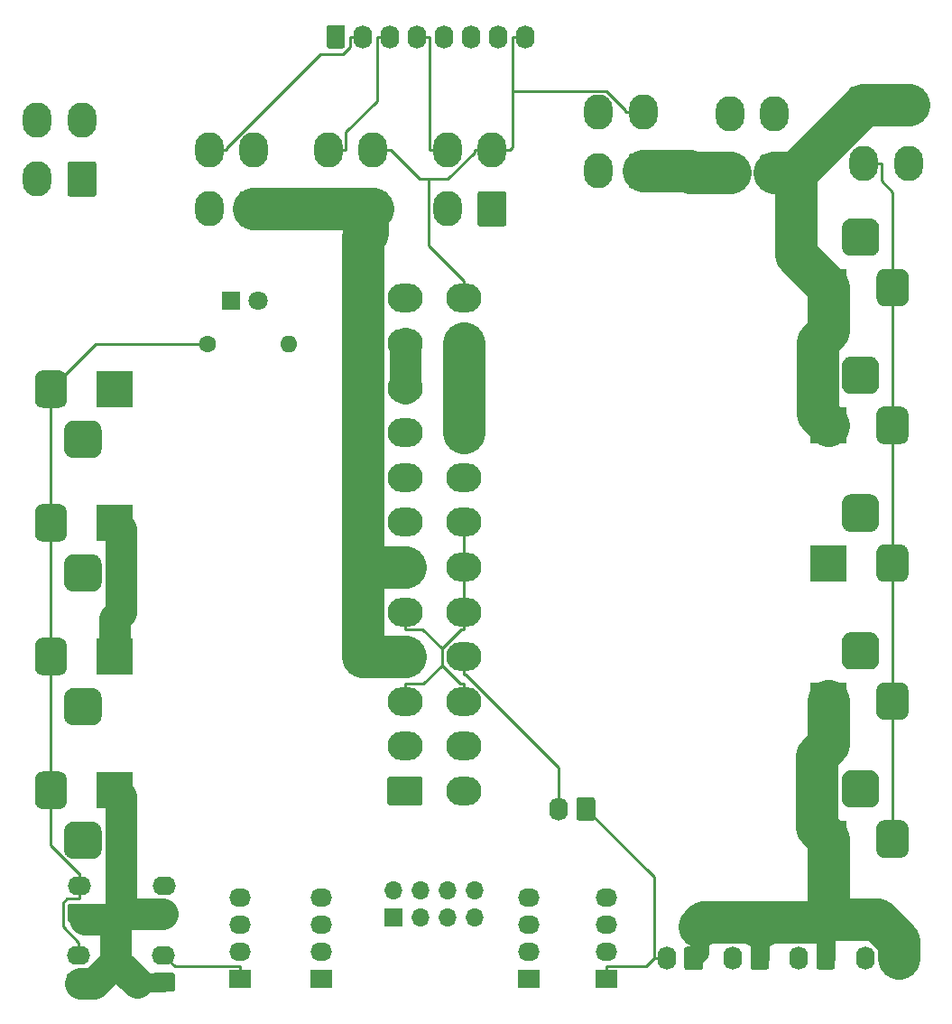
<source format=gbr>
%TF.GenerationSoftware,KiCad,Pcbnew,(5.1.5-0-10_14)*%
%TF.CreationDate,2021-10-24T14:27:30+10:00*%
%TF.ProjectId,Power Distro PCB V2,506f7765-7220-4446-9973-74726f205043,rev?*%
%TF.SameCoordinates,Original*%
%TF.FileFunction,Copper,L2,Bot*%
%TF.FilePolarity,Positive*%
%FSLAX46Y46*%
G04 Gerber Fmt 4.6, Leading zero omitted, Abs format (unit mm)*
G04 Created by KiCad (PCBNEW (5.1.5-0-10_14)) date 2021-10-24 14:27:30*
%MOMM*%
%LPD*%
G04 APERTURE LIST*
%TA.AperFunction,ComponentPad*%
%ADD10O,2.700000X3.300000*%
%TD*%
%TA.AperFunction,ComponentPad*%
%ADD11C,0.100000*%
%TD*%
%TA.AperFunction,ComponentPad*%
%ADD12O,1.740000X2.200000*%
%TD*%
%TA.AperFunction,ComponentPad*%
%ADD13O,1.600000X1.600000*%
%TD*%
%TA.AperFunction,ComponentPad*%
%ADD14C,1.600000*%
%TD*%
%TA.AperFunction,ComponentPad*%
%ADD15C,1.800000*%
%TD*%
%TA.AperFunction,ComponentPad*%
%ADD16R,1.800000X1.800000*%
%TD*%
%TA.AperFunction,ComponentPad*%
%ADD17R,3.500000X3.500000*%
%TD*%
%TA.AperFunction,ComponentPad*%
%ADD18O,1.740000X2.190000*%
%TD*%
%TA.AperFunction,ComponentPad*%
%ADD19O,2.190000X1.740000*%
%TD*%
%TA.AperFunction,ComponentPad*%
%ADD20O,1.700000X1.700000*%
%TD*%
%TA.AperFunction,ComponentPad*%
%ADD21R,1.700000X1.700000*%
%TD*%
%TA.AperFunction,ComponentPad*%
%ADD22O,2.030000X1.730000*%
%TD*%
%TA.AperFunction,ComponentPad*%
%ADD23R,2.030000X1.730000*%
%TD*%
%TA.AperFunction,ComponentPad*%
%ADD24O,3.300000X2.700000*%
%TD*%
%TA.AperFunction,Conductor*%
%ADD25C,4.000000*%
%TD*%
%TA.AperFunction,Conductor*%
%ADD26C,1.741800*%
%TD*%
%TA.AperFunction,Conductor*%
%ADD27C,3.000000*%
%TD*%
%TA.AperFunction,Conductor*%
%ADD28C,0.250000*%
%TD*%
G04 APERTURE END LIST*
D10*
%TO.P,J35,4*%
%TO.N,/LEDDATA7*%
X88490000Y-15441000D03*
%TO.P,J35,3*%
%TO.N,/LEDGND*%
X84290000Y-15441000D03*
%TO.P,J35,2*%
%TO.N,/LED5V1*%
X88490000Y-9941000D03*
%TA.AperFunction,ComponentPad*%
D11*
%TO.P,J35,1*%
G36*
X85414503Y-8292204D02*
G01*
X85438772Y-8295804D01*
X85462570Y-8301765D01*
X85485670Y-8310030D01*
X85507849Y-8320520D01*
X85528892Y-8333133D01*
X85548598Y-8347748D01*
X85566776Y-8364224D01*
X85583252Y-8382402D01*
X85597867Y-8402108D01*
X85610480Y-8423151D01*
X85620970Y-8445330D01*
X85629235Y-8468430D01*
X85635196Y-8492228D01*
X85638796Y-8516497D01*
X85640000Y-8541001D01*
X85640000Y-11340999D01*
X85638796Y-11365503D01*
X85635196Y-11389772D01*
X85629235Y-11413570D01*
X85620970Y-11436670D01*
X85610480Y-11458849D01*
X85597867Y-11479892D01*
X85583252Y-11499598D01*
X85566776Y-11517776D01*
X85548598Y-11534252D01*
X85528892Y-11548867D01*
X85507849Y-11561480D01*
X85485670Y-11571970D01*
X85462570Y-11580235D01*
X85438772Y-11586196D01*
X85414503Y-11589796D01*
X85389999Y-11591000D01*
X83190001Y-11591000D01*
X83165497Y-11589796D01*
X83141228Y-11586196D01*
X83117430Y-11580235D01*
X83094330Y-11571970D01*
X83072151Y-11561480D01*
X83051108Y-11548867D01*
X83031402Y-11534252D01*
X83013224Y-11517776D01*
X82996748Y-11499598D01*
X82982133Y-11479892D01*
X82969520Y-11458849D01*
X82959030Y-11436670D01*
X82950765Y-11413570D01*
X82944804Y-11389772D01*
X82941204Y-11365503D01*
X82940000Y-11340999D01*
X82940000Y-8541001D01*
X82941204Y-8516497D01*
X82944804Y-8492228D01*
X82950765Y-8468430D01*
X82959030Y-8445330D01*
X82969520Y-8423151D01*
X82982133Y-8402108D01*
X82996748Y-8382402D01*
X83013224Y-8364224D01*
X83031402Y-8347748D01*
X83051108Y-8333133D01*
X83072151Y-8320520D01*
X83094330Y-8310030D01*
X83117430Y-8301765D01*
X83141228Y-8295804D01*
X83165497Y-8292204D01*
X83190001Y-8291000D01*
X85389999Y-8291000D01*
X85414503Y-8292204D01*
G37*
%TD.AperFunction*%
%TD*%
D12*
%TO.P,J7,8*%
%TO.N,/LEDGND*%
X52540000Y-3591000D03*
%TO.P,J7,7*%
%TO.N,/LEDDATA7*%
X50000000Y-3591000D03*
%TO.P,J7,6*%
%TO.N,/LEDDATA6*%
X47460000Y-3591000D03*
%TO.P,J7,5*%
%TO.N,/LEDDATA5*%
X44920000Y-3591000D03*
%TO.P,J7,4*%
%TO.N,/LEDDATA4*%
X42380000Y-3591000D03*
%TO.P,J7,3*%
%TO.N,/LEDDATA3*%
X39840000Y-3591000D03*
%TO.P,J7,2*%
%TO.N,/LEDDATA2*%
X37300000Y-3591000D03*
%TA.AperFunction,ComponentPad*%
D11*
%TO.P,J7,1*%
%TO.N,/LEDDATA1*%
G36*
X35404505Y-2492204D02*
G01*
X35428773Y-2495804D01*
X35452572Y-2501765D01*
X35475671Y-2510030D01*
X35497850Y-2520520D01*
X35518893Y-2533132D01*
X35538599Y-2547747D01*
X35556777Y-2564223D01*
X35573253Y-2582401D01*
X35587868Y-2602107D01*
X35600480Y-2623150D01*
X35610970Y-2645329D01*
X35619235Y-2668428D01*
X35625196Y-2692227D01*
X35628796Y-2716495D01*
X35630000Y-2740999D01*
X35630000Y-4441001D01*
X35628796Y-4465505D01*
X35625196Y-4489773D01*
X35619235Y-4513572D01*
X35610970Y-4536671D01*
X35600480Y-4558850D01*
X35587868Y-4579893D01*
X35573253Y-4599599D01*
X35556777Y-4617777D01*
X35538599Y-4634253D01*
X35518893Y-4648868D01*
X35497850Y-4661480D01*
X35475671Y-4671970D01*
X35452572Y-4680235D01*
X35428773Y-4686196D01*
X35404505Y-4689796D01*
X35380001Y-4691000D01*
X34139999Y-4691000D01*
X34115495Y-4689796D01*
X34091227Y-4686196D01*
X34067428Y-4680235D01*
X34044329Y-4671970D01*
X34022150Y-4661480D01*
X34001107Y-4648868D01*
X33981401Y-4634253D01*
X33963223Y-4617777D01*
X33946747Y-4599599D01*
X33932132Y-4579893D01*
X33919520Y-4558850D01*
X33909030Y-4536671D01*
X33900765Y-4513572D01*
X33894804Y-4489773D01*
X33891204Y-4465505D01*
X33890000Y-4441001D01*
X33890000Y-2740999D01*
X33891204Y-2716495D01*
X33894804Y-2692227D01*
X33900765Y-2668428D01*
X33909030Y-2645329D01*
X33919520Y-2623150D01*
X33932132Y-2602107D01*
X33946747Y-2582401D01*
X33963223Y-2564223D01*
X33981401Y-2547747D01*
X34001107Y-2533132D01*
X34022150Y-2520520D01*
X34044329Y-2510030D01*
X34067428Y-2501765D01*
X34091227Y-2495804D01*
X34115495Y-2492204D01*
X34139999Y-2491000D01*
X35380001Y-2491000D01*
X35404505Y-2492204D01*
G37*
%TD.AperFunction*%
%TD*%
D10*
%TO.P,J2,4*%
%TO.N,/LEDDATA2*%
X22860000Y-14234000D03*
%TO.P,J2,3*%
%TO.N,/LEDGND*%
X27060000Y-14234000D03*
%TO.P,J2,2*%
%TO.N,/LED5V1*%
X22860000Y-19734000D03*
%TA.AperFunction,ComponentPad*%
D11*
%TO.P,J2,1*%
G36*
X28184503Y-18085204D02*
G01*
X28208772Y-18088804D01*
X28232570Y-18094765D01*
X28255670Y-18103030D01*
X28277849Y-18113520D01*
X28298892Y-18126133D01*
X28318598Y-18140748D01*
X28336776Y-18157224D01*
X28353252Y-18175402D01*
X28367867Y-18195108D01*
X28380480Y-18216151D01*
X28390970Y-18238330D01*
X28399235Y-18261430D01*
X28405196Y-18285228D01*
X28408796Y-18309497D01*
X28410000Y-18334001D01*
X28410000Y-21133999D01*
X28408796Y-21158503D01*
X28405196Y-21182772D01*
X28399235Y-21206570D01*
X28390970Y-21229670D01*
X28380480Y-21251849D01*
X28367867Y-21272892D01*
X28353252Y-21292598D01*
X28336776Y-21310776D01*
X28318598Y-21327252D01*
X28298892Y-21341867D01*
X28277849Y-21354480D01*
X28255670Y-21364970D01*
X28232570Y-21373235D01*
X28208772Y-21379196D01*
X28184503Y-21382796D01*
X28159999Y-21384000D01*
X25960001Y-21384000D01*
X25935497Y-21382796D01*
X25911228Y-21379196D01*
X25887430Y-21373235D01*
X25864330Y-21364970D01*
X25842151Y-21354480D01*
X25821108Y-21341867D01*
X25801402Y-21327252D01*
X25783224Y-21310776D01*
X25766748Y-21292598D01*
X25752133Y-21272892D01*
X25739520Y-21251849D01*
X25729030Y-21229670D01*
X25720765Y-21206570D01*
X25714804Y-21182772D01*
X25711204Y-21158503D01*
X25710000Y-21133999D01*
X25710000Y-18334001D01*
X25711204Y-18309497D01*
X25714804Y-18285228D01*
X25720765Y-18261430D01*
X25729030Y-18238330D01*
X25739520Y-18216151D01*
X25752133Y-18195108D01*
X25766748Y-18175402D01*
X25783224Y-18157224D01*
X25801402Y-18140748D01*
X25821108Y-18126133D01*
X25842151Y-18113520D01*
X25864330Y-18103030D01*
X25887430Y-18094765D01*
X25911228Y-18088804D01*
X25935497Y-18085204D01*
X25960001Y-18084000D01*
X28159999Y-18084000D01*
X28184503Y-18085204D01*
G37*
%TD.AperFunction*%
%TD*%
%TA.AperFunction,ComponentPad*%
%TO.P,J1,1*%
%TO.N,/LED5V1*%
G36*
X12051503Y-15291204D02*
G01*
X12075772Y-15294804D01*
X12099570Y-15300765D01*
X12122670Y-15309030D01*
X12144849Y-15319520D01*
X12165892Y-15332133D01*
X12185598Y-15346748D01*
X12203776Y-15363224D01*
X12220252Y-15381402D01*
X12234867Y-15401108D01*
X12247480Y-15422151D01*
X12257970Y-15444330D01*
X12266235Y-15467430D01*
X12272196Y-15491228D01*
X12275796Y-15515497D01*
X12277000Y-15540001D01*
X12277000Y-18339999D01*
X12275796Y-18364503D01*
X12272196Y-18388772D01*
X12266235Y-18412570D01*
X12257970Y-18435670D01*
X12247480Y-18457849D01*
X12234867Y-18478892D01*
X12220252Y-18498598D01*
X12203776Y-18516776D01*
X12185598Y-18533252D01*
X12165892Y-18547867D01*
X12144849Y-18560480D01*
X12122670Y-18570970D01*
X12099570Y-18579235D01*
X12075772Y-18585196D01*
X12051503Y-18588796D01*
X12026999Y-18590000D01*
X9827001Y-18590000D01*
X9802497Y-18588796D01*
X9778228Y-18585196D01*
X9754430Y-18579235D01*
X9731330Y-18570970D01*
X9709151Y-18560480D01*
X9688108Y-18547867D01*
X9668402Y-18533252D01*
X9650224Y-18516776D01*
X9633748Y-18498598D01*
X9619133Y-18478892D01*
X9606520Y-18457849D01*
X9596030Y-18435670D01*
X9587765Y-18412570D01*
X9581804Y-18388772D01*
X9578204Y-18364503D01*
X9577000Y-18339999D01*
X9577000Y-15540001D01*
X9578204Y-15515497D01*
X9581804Y-15491228D01*
X9587765Y-15467430D01*
X9596030Y-15444330D01*
X9606520Y-15422151D01*
X9619133Y-15401108D01*
X9633748Y-15381402D01*
X9650224Y-15363224D01*
X9668402Y-15346748D01*
X9688108Y-15332133D01*
X9709151Y-15319520D01*
X9731330Y-15309030D01*
X9754430Y-15300765D01*
X9778228Y-15294804D01*
X9802497Y-15291204D01*
X9827001Y-15290000D01*
X12026999Y-15290000D01*
X12051503Y-15291204D01*
G37*
%TD.AperFunction*%
D10*
%TO.P,J1,2*%
X6727000Y-16940000D03*
%TO.P,J1,3*%
%TO.N,/LEDGND*%
X10927000Y-11440000D03*
%TO.P,J1,4*%
%TO.N,/LEDDATA1*%
X6727000Y-11440000D03*
%TD*%
%TA.AperFunction,ComponentPad*%
D11*
%TO.P,J6,1*%
%TO.N,/LED5V1*%
G36*
X77032503Y-14642204D02*
G01*
X77056772Y-14645804D01*
X77080570Y-14651765D01*
X77103670Y-14660030D01*
X77125849Y-14670520D01*
X77146892Y-14683133D01*
X77166598Y-14697748D01*
X77184776Y-14714224D01*
X77201252Y-14732402D01*
X77215867Y-14752108D01*
X77228480Y-14773151D01*
X77238970Y-14795330D01*
X77247235Y-14818430D01*
X77253196Y-14842228D01*
X77256796Y-14866497D01*
X77258000Y-14891001D01*
X77258000Y-17690999D01*
X77256796Y-17715503D01*
X77253196Y-17739772D01*
X77247235Y-17763570D01*
X77238970Y-17786670D01*
X77228480Y-17808849D01*
X77215867Y-17829892D01*
X77201252Y-17849598D01*
X77184776Y-17867776D01*
X77166598Y-17884252D01*
X77146892Y-17898867D01*
X77125849Y-17911480D01*
X77103670Y-17921970D01*
X77080570Y-17930235D01*
X77056772Y-17936196D01*
X77032503Y-17939796D01*
X77007999Y-17941000D01*
X74808001Y-17941000D01*
X74783497Y-17939796D01*
X74759228Y-17936196D01*
X74735430Y-17930235D01*
X74712330Y-17921970D01*
X74690151Y-17911480D01*
X74669108Y-17898867D01*
X74649402Y-17884252D01*
X74631224Y-17867776D01*
X74614748Y-17849598D01*
X74600133Y-17829892D01*
X74587520Y-17808849D01*
X74577030Y-17786670D01*
X74568765Y-17763570D01*
X74562804Y-17739772D01*
X74559204Y-17715503D01*
X74558000Y-17690999D01*
X74558000Y-14891001D01*
X74559204Y-14866497D01*
X74562804Y-14842228D01*
X74568765Y-14818430D01*
X74577030Y-14795330D01*
X74587520Y-14773151D01*
X74600133Y-14752108D01*
X74614748Y-14732402D01*
X74631224Y-14714224D01*
X74649402Y-14697748D01*
X74669108Y-14683133D01*
X74690151Y-14670520D01*
X74712330Y-14660030D01*
X74735430Y-14651765D01*
X74759228Y-14645804D01*
X74783497Y-14642204D01*
X74808001Y-14641000D01*
X77007999Y-14641000D01*
X77032503Y-14642204D01*
G37*
%TD.AperFunction*%
D10*
%TO.P,J6,2*%
X71708000Y-16291000D03*
%TO.P,J6,3*%
%TO.N,/LEDGND*%
X75908000Y-10791000D03*
%TO.P,J6,4*%
%TO.N,/LEDDATA6*%
X71708000Y-10791000D03*
%TD*%
%TA.AperFunction,ComponentPad*%
D11*
%TO.P,J5,1*%
%TO.N,/LED5V1*%
G36*
X64713503Y-14515204D02*
G01*
X64737772Y-14518804D01*
X64761570Y-14524765D01*
X64784670Y-14533030D01*
X64806849Y-14543520D01*
X64827892Y-14556133D01*
X64847598Y-14570748D01*
X64865776Y-14587224D01*
X64882252Y-14605402D01*
X64896867Y-14625108D01*
X64909480Y-14646151D01*
X64919970Y-14668330D01*
X64928235Y-14691430D01*
X64934196Y-14715228D01*
X64937796Y-14739497D01*
X64939000Y-14764001D01*
X64939000Y-17563999D01*
X64937796Y-17588503D01*
X64934196Y-17612772D01*
X64928235Y-17636570D01*
X64919970Y-17659670D01*
X64909480Y-17681849D01*
X64896867Y-17702892D01*
X64882252Y-17722598D01*
X64865776Y-17740776D01*
X64847598Y-17757252D01*
X64827892Y-17771867D01*
X64806849Y-17784480D01*
X64784670Y-17794970D01*
X64761570Y-17803235D01*
X64737772Y-17809196D01*
X64713503Y-17812796D01*
X64688999Y-17814000D01*
X62489001Y-17814000D01*
X62464497Y-17812796D01*
X62440228Y-17809196D01*
X62416430Y-17803235D01*
X62393330Y-17794970D01*
X62371151Y-17784480D01*
X62350108Y-17771867D01*
X62330402Y-17757252D01*
X62312224Y-17740776D01*
X62295748Y-17722598D01*
X62281133Y-17702892D01*
X62268520Y-17681849D01*
X62258030Y-17659670D01*
X62249765Y-17636570D01*
X62243804Y-17612772D01*
X62240204Y-17588503D01*
X62239000Y-17563999D01*
X62239000Y-14764001D01*
X62240204Y-14739497D01*
X62243804Y-14715228D01*
X62249765Y-14691430D01*
X62258030Y-14668330D01*
X62268520Y-14646151D01*
X62281133Y-14625108D01*
X62295748Y-14605402D01*
X62312224Y-14587224D01*
X62330402Y-14570748D01*
X62350108Y-14556133D01*
X62371151Y-14543520D01*
X62393330Y-14533030D01*
X62416430Y-14524765D01*
X62440228Y-14518804D01*
X62464497Y-14515204D01*
X62489001Y-14514000D01*
X64688999Y-14514000D01*
X64713503Y-14515204D01*
G37*
%TD.AperFunction*%
D10*
%TO.P,J5,2*%
X59389000Y-16164000D03*
%TO.P,J5,3*%
%TO.N,/LEDGND*%
X63589000Y-10664000D03*
%TO.P,J5,4*%
%TO.N,/LEDDATA5*%
X59389000Y-10664000D03*
%TD*%
%TA.AperFunction,ComponentPad*%
D11*
%TO.P,J4,1*%
%TO.N,/LED5V1*%
G36*
X50544503Y-18085204D02*
G01*
X50568772Y-18088804D01*
X50592570Y-18094765D01*
X50615670Y-18103030D01*
X50637849Y-18113520D01*
X50658892Y-18126133D01*
X50678598Y-18140748D01*
X50696776Y-18157224D01*
X50713252Y-18175402D01*
X50727867Y-18195108D01*
X50740480Y-18216151D01*
X50750970Y-18238330D01*
X50759235Y-18261430D01*
X50765196Y-18285228D01*
X50768796Y-18309497D01*
X50770000Y-18334001D01*
X50770000Y-21133999D01*
X50768796Y-21158503D01*
X50765196Y-21182772D01*
X50759235Y-21206570D01*
X50750970Y-21229670D01*
X50740480Y-21251849D01*
X50727867Y-21272892D01*
X50713252Y-21292598D01*
X50696776Y-21310776D01*
X50678598Y-21327252D01*
X50658892Y-21341867D01*
X50637849Y-21354480D01*
X50615670Y-21364970D01*
X50592570Y-21373235D01*
X50568772Y-21379196D01*
X50544503Y-21382796D01*
X50519999Y-21384000D01*
X48320001Y-21384000D01*
X48295497Y-21382796D01*
X48271228Y-21379196D01*
X48247430Y-21373235D01*
X48224330Y-21364970D01*
X48202151Y-21354480D01*
X48181108Y-21341867D01*
X48161402Y-21327252D01*
X48143224Y-21310776D01*
X48126748Y-21292598D01*
X48112133Y-21272892D01*
X48099520Y-21251849D01*
X48089030Y-21229670D01*
X48080765Y-21206570D01*
X48074804Y-21182772D01*
X48071204Y-21158503D01*
X48070000Y-21133999D01*
X48070000Y-18334001D01*
X48071204Y-18309497D01*
X48074804Y-18285228D01*
X48080765Y-18261430D01*
X48089030Y-18238330D01*
X48099520Y-18216151D01*
X48112133Y-18195108D01*
X48126748Y-18175402D01*
X48143224Y-18157224D01*
X48161402Y-18140748D01*
X48181108Y-18126133D01*
X48202151Y-18113520D01*
X48224330Y-18103030D01*
X48247430Y-18094765D01*
X48271228Y-18088804D01*
X48295497Y-18085204D01*
X48320001Y-18084000D01*
X50519999Y-18084000D01*
X50544503Y-18085204D01*
G37*
%TD.AperFunction*%
D10*
%TO.P,J4,2*%
X45220000Y-19734000D03*
%TO.P,J4,3*%
%TO.N,/LEDGND*%
X49420000Y-14234000D03*
%TO.P,J4,4*%
%TO.N,/LEDDATA4*%
X45220000Y-14234000D03*
%TD*%
%TA.AperFunction,ComponentPad*%
D11*
%TO.P,J3,1*%
%TO.N,/LED5V1*%
G36*
X39364503Y-18085204D02*
G01*
X39388772Y-18088804D01*
X39412570Y-18094765D01*
X39435670Y-18103030D01*
X39457849Y-18113520D01*
X39478892Y-18126133D01*
X39498598Y-18140748D01*
X39516776Y-18157224D01*
X39533252Y-18175402D01*
X39547867Y-18195108D01*
X39560480Y-18216151D01*
X39570970Y-18238330D01*
X39579235Y-18261430D01*
X39585196Y-18285228D01*
X39588796Y-18309497D01*
X39590000Y-18334001D01*
X39590000Y-21133999D01*
X39588796Y-21158503D01*
X39585196Y-21182772D01*
X39579235Y-21206570D01*
X39570970Y-21229670D01*
X39560480Y-21251849D01*
X39547867Y-21272892D01*
X39533252Y-21292598D01*
X39516776Y-21310776D01*
X39498598Y-21327252D01*
X39478892Y-21341867D01*
X39457849Y-21354480D01*
X39435670Y-21364970D01*
X39412570Y-21373235D01*
X39388772Y-21379196D01*
X39364503Y-21382796D01*
X39339999Y-21384000D01*
X37140001Y-21384000D01*
X37115497Y-21382796D01*
X37091228Y-21379196D01*
X37067430Y-21373235D01*
X37044330Y-21364970D01*
X37022151Y-21354480D01*
X37001108Y-21341867D01*
X36981402Y-21327252D01*
X36963224Y-21310776D01*
X36946748Y-21292598D01*
X36932133Y-21272892D01*
X36919520Y-21251849D01*
X36909030Y-21229670D01*
X36900765Y-21206570D01*
X36894804Y-21182772D01*
X36891204Y-21158503D01*
X36890000Y-21133999D01*
X36890000Y-18334001D01*
X36891204Y-18309497D01*
X36894804Y-18285228D01*
X36900765Y-18261430D01*
X36909030Y-18238330D01*
X36919520Y-18216151D01*
X36932133Y-18195108D01*
X36946748Y-18175402D01*
X36963224Y-18157224D01*
X36981402Y-18140748D01*
X37001108Y-18126133D01*
X37022151Y-18113520D01*
X37044330Y-18103030D01*
X37067430Y-18094765D01*
X37091228Y-18088804D01*
X37115497Y-18085204D01*
X37140001Y-18084000D01*
X39339999Y-18084000D01*
X39364503Y-18085204D01*
G37*
%TD.AperFunction*%
D10*
%TO.P,J3,2*%
X34040000Y-19734000D03*
%TO.P,J3,3*%
%TO.N,/LEDGND*%
X38240000Y-14234000D03*
%TO.P,J3,4*%
%TO.N,/LEDDATA3*%
X34040000Y-14234000D03*
%TD*%
D13*
%TO.P,R1,2*%
%TO.N,Net-(D1-Pad1)*%
X30301000Y-32394000D03*
D14*
%TO.P,R1,1*%
%TO.N,/LEDGND*%
X22681000Y-32394000D03*
%TD*%
D15*
%TO.P,D1,2*%
%TO.N,/PWRGOOD*%
X27501000Y-28394000D03*
D16*
%TO.P,D1,1*%
%TO.N,Net-(D1-Pad1)*%
X24961000Y-28394000D03*
%TD*%
%TA.AperFunction,ComponentPad*%
D11*
%TO.P,J23,3*%
%TO.N,N/C*%
G36*
X11984365Y-52125813D02*
G01*
X12069304Y-52138413D01*
X12152599Y-52159277D01*
X12233448Y-52188205D01*
X12311072Y-52224919D01*
X12384724Y-52269064D01*
X12453694Y-52320216D01*
X12517318Y-52377882D01*
X12574984Y-52441506D01*
X12626136Y-52510476D01*
X12670281Y-52584128D01*
X12706995Y-52661752D01*
X12735923Y-52742601D01*
X12756787Y-52825896D01*
X12769387Y-52910835D01*
X12773600Y-52996600D01*
X12773600Y-54746600D01*
X12769387Y-54832365D01*
X12756787Y-54917304D01*
X12735923Y-55000599D01*
X12706995Y-55081448D01*
X12670281Y-55159072D01*
X12626136Y-55232724D01*
X12574984Y-55301694D01*
X12517318Y-55365318D01*
X12453694Y-55422984D01*
X12384724Y-55474136D01*
X12311072Y-55518281D01*
X12233448Y-55554995D01*
X12152599Y-55583923D01*
X12069304Y-55604787D01*
X11984365Y-55617387D01*
X11898600Y-55621600D01*
X10148600Y-55621600D01*
X10062835Y-55617387D01*
X9977896Y-55604787D01*
X9894601Y-55583923D01*
X9813752Y-55554995D01*
X9736128Y-55518281D01*
X9662476Y-55474136D01*
X9593506Y-55422984D01*
X9529882Y-55365318D01*
X9472216Y-55301694D01*
X9421064Y-55232724D01*
X9376919Y-55159072D01*
X9340205Y-55081448D01*
X9311277Y-55000599D01*
X9290413Y-54917304D01*
X9277813Y-54832365D01*
X9273600Y-54746600D01*
X9273600Y-52996600D01*
X9277813Y-52910835D01*
X9290413Y-52825896D01*
X9311277Y-52742601D01*
X9340205Y-52661752D01*
X9376919Y-52584128D01*
X9421064Y-52510476D01*
X9472216Y-52441506D01*
X9529882Y-52377882D01*
X9593506Y-52320216D01*
X9662476Y-52269064D01*
X9736128Y-52224919D01*
X9813752Y-52188205D01*
X9894601Y-52159277D01*
X9977896Y-52138413D01*
X10062835Y-52125813D01*
X10148600Y-52121600D01*
X11898600Y-52121600D01*
X11984365Y-52125813D01*
G37*
%TD.AperFunction*%
%TA.AperFunction,ComponentPad*%
%TO.P,J23,2*%
%TO.N,/LEDGND*%
G36*
X8847113Y-47425211D02*
G01*
X8919918Y-47436011D01*
X8991314Y-47453895D01*
X9060613Y-47478690D01*
X9127148Y-47510159D01*
X9190278Y-47547998D01*
X9249395Y-47591842D01*
X9303930Y-47641270D01*
X9353358Y-47695805D01*
X9397202Y-47754922D01*
X9435041Y-47818052D01*
X9466510Y-47884587D01*
X9491305Y-47953886D01*
X9509189Y-48025282D01*
X9519989Y-48098087D01*
X9523600Y-48171600D01*
X9523600Y-50171600D01*
X9519989Y-50245113D01*
X9509189Y-50317918D01*
X9491305Y-50389314D01*
X9466510Y-50458613D01*
X9435041Y-50525148D01*
X9397202Y-50588278D01*
X9353358Y-50647395D01*
X9303930Y-50701930D01*
X9249395Y-50751358D01*
X9190278Y-50795202D01*
X9127148Y-50833041D01*
X9060613Y-50864510D01*
X8991314Y-50889305D01*
X8919918Y-50907189D01*
X8847113Y-50917989D01*
X8773600Y-50921600D01*
X7273600Y-50921600D01*
X7200087Y-50917989D01*
X7127282Y-50907189D01*
X7055886Y-50889305D01*
X6986587Y-50864510D01*
X6920052Y-50833041D01*
X6856922Y-50795202D01*
X6797805Y-50751358D01*
X6743270Y-50701930D01*
X6693842Y-50647395D01*
X6649998Y-50588278D01*
X6612159Y-50525148D01*
X6580690Y-50458613D01*
X6555895Y-50389314D01*
X6538011Y-50317918D01*
X6527211Y-50245113D01*
X6523600Y-50171600D01*
X6523600Y-48171600D01*
X6527211Y-48098087D01*
X6538011Y-48025282D01*
X6555895Y-47953886D01*
X6580690Y-47884587D01*
X6612159Y-47818052D01*
X6649998Y-47754922D01*
X6693842Y-47695805D01*
X6743270Y-47641270D01*
X6797805Y-47591842D01*
X6856922Y-47547998D01*
X6920052Y-47510159D01*
X6986587Y-47478690D01*
X7055886Y-47453895D01*
X7127282Y-47436011D01*
X7200087Y-47425211D01*
X7273600Y-47421600D01*
X8773600Y-47421600D01*
X8847113Y-47425211D01*
G37*
%TD.AperFunction*%
D17*
%TO.P,J23,1*%
%TO.N,/12VSOCKETS+*%
X14023600Y-49171600D03*
%TD*%
%TA.AperFunction,ComponentPad*%
D11*
%TO.P,J25,3*%
%TO.N,N/C*%
G36*
X11984365Y-77197413D02*
G01*
X12069304Y-77210013D01*
X12152599Y-77230877D01*
X12233448Y-77259805D01*
X12311072Y-77296519D01*
X12384724Y-77340664D01*
X12453694Y-77391816D01*
X12517318Y-77449482D01*
X12574984Y-77513106D01*
X12626136Y-77582076D01*
X12670281Y-77655728D01*
X12706995Y-77733352D01*
X12735923Y-77814201D01*
X12756787Y-77897496D01*
X12769387Y-77982435D01*
X12773600Y-78068200D01*
X12773600Y-79818200D01*
X12769387Y-79903965D01*
X12756787Y-79988904D01*
X12735923Y-80072199D01*
X12706995Y-80153048D01*
X12670281Y-80230672D01*
X12626136Y-80304324D01*
X12574984Y-80373294D01*
X12517318Y-80436918D01*
X12453694Y-80494584D01*
X12384724Y-80545736D01*
X12311072Y-80589881D01*
X12233448Y-80626595D01*
X12152599Y-80655523D01*
X12069304Y-80676387D01*
X11984365Y-80688987D01*
X11898600Y-80693200D01*
X10148600Y-80693200D01*
X10062835Y-80688987D01*
X9977896Y-80676387D01*
X9894601Y-80655523D01*
X9813752Y-80626595D01*
X9736128Y-80589881D01*
X9662476Y-80545736D01*
X9593506Y-80494584D01*
X9529882Y-80436918D01*
X9472216Y-80373294D01*
X9421064Y-80304324D01*
X9376919Y-80230672D01*
X9340205Y-80153048D01*
X9311277Y-80072199D01*
X9290413Y-79988904D01*
X9277813Y-79903965D01*
X9273600Y-79818200D01*
X9273600Y-78068200D01*
X9277813Y-77982435D01*
X9290413Y-77897496D01*
X9311277Y-77814201D01*
X9340205Y-77733352D01*
X9376919Y-77655728D01*
X9421064Y-77582076D01*
X9472216Y-77513106D01*
X9529882Y-77449482D01*
X9593506Y-77391816D01*
X9662476Y-77340664D01*
X9736128Y-77296519D01*
X9813752Y-77259805D01*
X9894601Y-77230877D01*
X9977896Y-77210013D01*
X10062835Y-77197413D01*
X10148600Y-77193200D01*
X11898600Y-77193200D01*
X11984365Y-77197413D01*
G37*
%TD.AperFunction*%
%TA.AperFunction,ComponentPad*%
%TO.P,J25,2*%
%TO.N,/LEDGND*%
G36*
X8847113Y-72496811D02*
G01*
X8919918Y-72507611D01*
X8991314Y-72525495D01*
X9060613Y-72550290D01*
X9127148Y-72581759D01*
X9190278Y-72619598D01*
X9249395Y-72663442D01*
X9303930Y-72712870D01*
X9353358Y-72767405D01*
X9397202Y-72826522D01*
X9435041Y-72889652D01*
X9466510Y-72956187D01*
X9491305Y-73025486D01*
X9509189Y-73096882D01*
X9519989Y-73169687D01*
X9523600Y-73243200D01*
X9523600Y-75243200D01*
X9519989Y-75316713D01*
X9509189Y-75389518D01*
X9491305Y-75460914D01*
X9466510Y-75530213D01*
X9435041Y-75596748D01*
X9397202Y-75659878D01*
X9353358Y-75718995D01*
X9303930Y-75773530D01*
X9249395Y-75822958D01*
X9190278Y-75866802D01*
X9127148Y-75904641D01*
X9060613Y-75936110D01*
X8991314Y-75960905D01*
X8919918Y-75978789D01*
X8847113Y-75989589D01*
X8773600Y-75993200D01*
X7273600Y-75993200D01*
X7200087Y-75989589D01*
X7127282Y-75978789D01*
X7055886Y-75960905D01*
X6986587Y-75936110D01*
X6920052Y-75904641D01*
X6856922Y-75866802D01*
X6797805Y-75822958D01*
X6743270Y-75773530D01*
X6693842Y-75718995D01*
X6649998Y-75659878D01*
X6612159Y-75596748D01*
X6580690Y-75530213D01*
X6555895Y-75460914D01*
X6538011Y-75389518D01*
X6527211Y-75316713D01*
X6523600Y-75243200D01*
X6523600Y-73243200D01*
X6527211Y-73169687D01*
X6538011Y-73096882D01*
X6555895Y-73025486D01*
X6580690Y-72956187D01*
X6612159Y-72889652D01*
X6649998Y-72826522D01*
X6693842Y-72767405D01*
X6743270Y-72712870D01*
X6797805Y-72663442D01*
X6856922Y-72619598D01*
X6920052Y-72581759D01*
X6986587Y-72550290D01*
X7055886Y-72525495D01*
X7127282Y-72507611D01*
X7200087Y-72496811D01*
X7273600Y-72493200D01*
X8773600Y-72493200D01*
X8847113Y-72496811D01*
G37*
%TD.AperFunction*%
D17*
%TO.P,J25,1*%
%TO.N,/12VSOCKETS+*%
X14023600Y-74243200D03*
%TD*%
%TA.AperFunction,ComponentPad*%
D11*
%TO.P,J24,3*%
%TO.N,N/C*%
G36*
X11984365Y-64661613D02*
G01*
X12069304Y-64674213D01*
X12152599Y-64695077D01*
X12233448Y-64724005D01*
X12311072Y-64760719D01*
X12384724Y-64804864D01*
X12453694Y-64856016D01*
X12517318Y-64913682D01*
X12574984Y-64977306D01*
X12626136Y-65046276D01*
X12670281Y-65119928D01*
X12706995Y-65197552D01*
X12735923Y-65278401D01*
X12756787Y-65361696D01*
X12769387Y-65446635D01*
X12773600Y-65532400D01*
X12773600Y-67282400D01*
X12769387Y-67368165D01*
X12756787Y-67453104D01*
X12735923Y-67536399D01*
X12706995Y-67617248D01*
X12670281Y-67694872D01*
X12626136Y-67768524D01*
X12574984Y-67837494D01*
X12517318Y-67901118D01*
X12453694Y-67958784D01*
X12384724Y-68009936D01*
X12311072Y-68054081D01*
X12233448Y-68090795D01*
X12152599Y-68119723D01*
X12069304Y-68140587D01*
X11984365Y-68153187D01*
X11898600Y-68157400D01*
X10148600Y-68157400D01*
X10062835Y-68153187D01*
X9977896Y-68140587D01*
X9894601Y-68119723D01*
X9813752Y-68090795D01*
X9736128Y-68054081D01*
X9662476Y-68009936D01*
X9593506Y-67958784D01*
X9529882Y-67901118D01*
X9472216Y-67837494D01*
X9421064Y-67768524D01*
X9376919Y-67694872D01*
X9340205Y-67617248D01*
X9311277Y-67536399D01*
X9290413Y-67453104D01*
X9277813Y-67368165D01*
X9273600Y-67282400D01*
X9273600Y-65532400D01*
X9277813Y-65446635D01*
X9290413Y-65361696D01*
X9311277Y-65278401D01*
X9340205Y-65197552D01*
X9376919Y-65119928D01*
X9421064Y-65046276D01*
X9472216Y-64977306D01*
X9529882Y-64913682D01*
X9593506Y-64856016D01*
X9662476Y-64804864D01*
X9736128Y-64760719D01*
X9813752Y-64724005D01*
X9894601Y-64695077D01*
X9977896Y-64674213D01*
X10062835Y-64661613D01*
X10148600Y-64657400D01*
X11898600Y-64657400D01*
X11984365Y-64661613D01*
G37*
%TD.AperFunction*%
%TA.AperFunction,ComponentPad*%
%TO.P,J24,2*%
%TO.N,/LEDGND*%
G36*
X8847113Y-59961011D02*
G01*
X8919918Y-59971811D01*
X8991314Y-59989695D01*
X9060613Y-60014490D01*
X9127148Y-60045959D01*
X9190278Y-60083798D01*
X9249395Y-60127642D01*
X9303930Y-60177070D01*
X9353358Y-60231605D01*
X9397202Y-60290722D01*
X9435041Y-60353852D01*
X9466510Y-60420387D01*
X9491305Y-60489686D01*
X9509189Y-60561082D01*
X9519989Y-60633887D01*
X9523600Y-60707400D01*
X9523600Y-62707400D01*
X9519989Y-62780913D01*
X9509189Y-62853718D01*
X9491305Y-62925114D01*
X9466510Y-62994413D01*
X9435041Y-63060948D01*
X9397202Y-63124078D01*
X9353358Y-63183195D01*
X9303930Y-63237730D01*
X9249395Y-63287158D01*
X9190278Y-63331002D01*
X9127148Y-63368841D01*
X9060613Y-63400310D01*
X8991314Y-63425105D01*
X8919918Y-63442989D01*
X8847113Y-63453789D01*
X8773600Y-63457400D01*
X7273600Y-63457400D01*
X7200087Y-63453789D01*
X7127282Y-63442989D01*
X7055886Y-63425105D01*
X6986587Y-63400310D01*
X6920052Y-63368841D01*
X6856922Y-63331002D01*
X6797805Y-63287158D01*
X6743270Y-63237730D01*
X6693842Y-63183195D01*
X6649998Y-63124078D01*
X6612159Y-63060948D01*
X6580690Y-62994413D01*
X6555895Y-62925114D01*
X6538011Y-62853718D01*
X6527211Y-62780913D01*
X6523600Y-62707400D01*
X6523600Y-60707400D01*
X6527211Y-60633887D01*
X6538011Y-60561082D01*
X6555895Y-60489686D01*
X6580690Y-60420387D01*
X6612159Y-60353852D01*
X6649998Y-60290722D01*
X6693842Y-60231605D01*
X6743270Y-60177070D01*
X6797805Y-60127642D01*
X6856922Y-60083798D01*
X6920052Y-60045959D01*
X6986587Y-60014490D01*
X7055886Y-59989695D01*
X7127282Y-59971811D01*
X7200087Y-59961011D01*
X7273600Y-59957400D01*
X8773600Y-59957400D01*
X8847113Y-59961011D01*
G37*
%TD.AperFunction*%
D17*
%TO.P,J24,1*%
%TO.N,/12VSOCKETS+*%
X14023600Y-61707400D03*
%TD*%
%TA.AperFunction,ComponentPad*%
D11*
%TO.P,J22,3*%
%TO.N,N/C*%
G36*
X11984365Y-39590013D02*
G01*
X12069304Y-39602613D01*
X12152599Y-39623477D01*
X12233448Y-39652405D01*
X12311072Y-39689119D01*
X12384724Y-39733264D01*
X12453694Y-39784416D01*
X12517318Y-39842082D01*
X12574984Y-39905706D01*
X12626136Y-39974676D01*
X12670281Y-40048328D01*
X12706995Y-40125952D01*
X12735923Y-40206801D01*
X12756787Y-40290096D01*
X12769387Y-40375035D01*
X12773600Y-40460800D01*
X12773600Y-42210800D01*
X12769387Y-42296565D01*
X12756787Y-42381504D01*
X12735923Y-42464799D01*
X12706995Y-42545648D01*
X12670281Y-42623272D01*
X12626136Y-42696924D01*
X12574984Y-42765894D01*
X12517318Y-42829518D01*
X12453694Y-42887184D01*
X12384724Y-42938336D01*
X12311072Y-42982481D01*
X12233448Y-43019195D01*
X12152599Y-43048123D01*
X12069304Y-43068987D01*
X11984365Y-43081587D01*
X11898600Y-43085800D01*
X10148600Y-43085800D01*
X10062835Y-43081587D01*
X9977896Y-43068987D01*
X9894601Y-43048123D01*
X9813752Y-43019195D01*
X9736128Y-42982481D01*
X9662476Y-42938336D01*
X9593506Y-42887184D01*
X9529882Y-42829518D01*
X9472216Y-42765894D01*
X9421064Y-42696924D01*
X9376919Y-42623272D01*
X9340205Y-42545648D01*
X9311277Y-42464799D01*
X9290413Y-42381504D01*
X9277813Y-42296565D01*
X9273600Y-42210800D01*
X9273600Y-40460800D01*
X9277813Y-40375035D01*
X9290413Y-40290096D01*
X9311277Y-40206801D01*
X9340205Y-40125952D01*
X9376919Y-40048328D01*
X9421064Y-39974676D01*
X9472216Y-39905706D01*
X9529882Y-39842082D01*
X9593506Y-39784416D01*
X9662476Y-39733264D01*
X9736128Y-39689119D01*
X9813752Y-39652405D01*
X9894601Y-39623477D01*
X9977896Y-39602613D01*
X10062835Y-39590013D01*
X10148600Y-39585800D01*
X11898600Y-39585800D01*
X11984365Y-39590013D01*
G37*
%TD.AperFunction*%
%TA.AperFunction,ComponentPad*%
%TO.P,J22,2*%
%TO.N,/LEDGND*%
G36*
X8847113Y-34889411D02*
G01*
X8919918Y-34900211D01*
X8991314Y-34918095D01*
X9060613Y-34942890D01*
X9127148Y-34974359D01*
X9190278Y-35012198D01*
X9249395Y-35056042D01*
X9303930Y-35105470D01*
X9353358Y-35160005D01*
X9397202Y-35219122D01*
X9435041Y-35282252D01*
X9466510Y-35348787D01*
X9491305Y-35418086D01*
X9509189Y-35489482D01*
X9519989Y-35562287D01*
X9523600Y-35635800D01*
X9523600Y-37635800D01*
X9519989Y-37709313D01*
X9509189Y-37782118D01*
X9491305Y-37853514D01*
X9466510Y-37922813D01*
X9435041Y-37989348D01*
X9397202Y-38052478D01*
X9353358Y-38111595D01*
X9303930Y-38166130D01*
X9249395Y-38215558D01*
X9190278Y-38259402D01*
X9127148Y-38297241D01*
X9060613Y-38328710D01*
X8991314Y-38353505D01*
X8919918Y-38371389D01*
X8847113Y-38382189D01*
X8773600Y-38385800D01*
X7273600Y-38385800D01*
X7200087Y-38382189D01*
X7127282Y-38371389D01*
X7055886Y-38353505D01*
X6986587Y-38328710D01*
X6920052Y-38297241D01*
X6856922Y-38259402D01*
X6797805Y-38215558D01*
X6743270Y-38166130D01*
X6693842Y-38111595D01*
X6649998Y-38052478D01*
X6612159Y-37989348D01*
X6580690Y-37922813D01*
X6555895Y-37853514D01*
X6538011Y-37782118D01*
X6527211Y-37709313D01*
X6523600Y-37635800D01*
X6523600Y-35635800D01*
X6527211Y-35562287D01*
X6538011Y-35489482D01*
X6555895Y-35418086D01*
X6580690Y-35348787D01*
X6612159Y-35282252D01*
X6649998Y-35219122D01*
X6693842Y-35160005D01*
X6743270Y-35105470D01*
X6797805Y-35056042D01*
X6856922Y-35012198D01*
X6920052Y-34974359D01*
X6986587Y-34942890D01*
X7055886Y-34918095D01*
X7127282Y-34900211D01*
X7200087Y-34889411D01*
X7273600Y-34885800D01*
X8773600Y-34885800D01*
X8847113Y-34889411D01*
G37*
%TD.AperFunction*%
D17*
%TO.P,J22,1*%
%TO.N,/12VSOCKETS+*%
X14023600Y-36635800D03*
%TD*%
%TA.AperFunction,ComponentPad*%
D11*
%TO.P,J20,3*%
%TO.N,N/C*%
G36*
X84935965Y-72369413D02*
G01*
X85020904Y-72382013D01*
X85104199Y-72402877D01*
X85185048Y-72431805D01*
X85262672Y-72468519D01*
X85336324Y-72512664D01*
X85405294Y-72563816D01*
X85468918Y-72621482D01*
X85526584Y-72685106D01*
X85577736Y-72754076D01*
X85621881Y-72827728D01*
X85658595Y-72905352D01*
X85687523Y-72986201D01*
X85708387Y-73069496D01*
X85720987Y-73154435D01*
X85725200Y-73240200D01*
X85725200Y-74990200D01*
X85720987Y-75075965D01*
X85708387Y-75160904D01*
X85687523Y-75244199D01*
X85658595Y-75325048D01*
X85621881Y-75402672D01*
X85577736Y-75476324D01*
X85526584Y-75545294D01*
X85468918Y-75608918D01*
X85405294Y-75666584D01*
X85336324Y-75717736D01*
X85262672Y-75761881D01*
X85185048Y-75798595D01*
X85104199Y-75827523D01*
X85020904Y-75848387D01*
X84935965Y-75860987D01*
X84850200Y-75865200D01*
X83100200Y-75865200D01*
X83014435Y-75860987D01*
X82929496Y-75848387D01*
X82846201Y-75827523D01*
X82765352Y-75798595D01*
X82687728Y-75761881D01*
X82614076Y-75717736D01*
X82545106Y-75666584D01*
X82481482Y-75608918D01*
X82423816Y-75545294D01*
X82372664Y-75476324D01*
X82328519Y-75402672D01*
X82291805Y-75325048D01*
X82262877Y-75244199D01*
X82242013Y-75160904D01*
X82229413Y-75075965D01*
X82225200Y-74990200D01*
X82225200Y-73240200D01*
X82229413Y-73154435D01*
X82242013Y-73069496D01*
X82262877Y-72986201D01*
X82291805Y-72905352D01*
X82328519Y-72827728D01*
X82372664Y-72754076D01*
X82423816Y-72685106D01*
X82481482Y-72621482D01*
X82545106Y-72563816D01*
X82614076Y-72512664D01*
X82687728Y-72468519D01*
X82765352Y-72431805D01*
X82846201Y-72402877D01*
X82929496Y-72382013D01*
X83014435Y-72369413D01*
X83100200Y-72365200D01*
X84850200Y-72365200D01*
X84935965Y-72369413D01*
G37*
%TD.AperFunction*%
%TA.AperFunction,ComponentPad*%
%TO.P,J20,2*%
%TO.N,/LEDGND*%
G36*
X87798713Y-77068811D02*
G01*
X87871518Y-77079611D01*
X87942914Y-77097495D01*
X88012213Y-77122290D01*
X88078748Y-77153759D01*
X88141878Y-77191598D01*
X88200995Y-77235442D01*
X88255530Y-77284870D01*
X88304958Y-77339405D01*
X88348802Y-77398522D01*
X88386641Y-77461652D01*
X88418110Y-77528187D01*
X88442905Y-77597486D01*
X88460789Y-77668882D01*
X88471589Y-77741687D01*
X88475200Y-77815200D01*
X88475200Y-79815200D01*
X88471589Y-79888713D01*
X88460789Y-79961518D01*
X88442905Y-80032914D01*
X88418110Y-80102213D01*
X88386641Y-80168748D01*
X88348802Y-80231878D01*
X88304958Y-80290995D01*
X88255530Y-80345530D01*
X88200995Y-80394958D01*
X88141878Y-80438802D01*
X88078748Y-80476641D01*
X88012213Y-80508110D01*
X87942914Y-80532905D01*
X87871518Y-80550789D01*
X87798713Y-80561589D01*
X87725200Y-80565200D01*
X86225200Y-80565200D01*
X86151687Y-80561589D01*
X86078882Y-80550789D01*
X86007486Y-80532905D01*
X85938187Y-80508110D01*
X85871652Y-80476641D01*
X85808522Y-80438802D01*
X85749405Y-80394958D01*
X85694870Y-80345530D01*
X85645442Y-80290995D01*
X85601598Y-80231878D01*
X85563759Y-80168748D01*
X85532290Y-80102213D01*
X85507495Y-80032914D01*
X85489611Y-79961518D01*
X85478811Y-79888713D01*
X85475200Y-79815200D01*
X85475200Y-77815200D01*
X85478811Y-77741687D01*
X85489611Y-77668882D01*
X85507495Y-77597486D01*
X85532290Y-77528187D01*
X85563759Y-77461652D01*
X85601598Y-77398522D01*
X85645442Y-77339405D01*
X85694870Y-77284870D01*
X85749405Y-77235442D01*
X85808522Y-77191598D01*
X85871652Y-77153759D01*
X85938187Y-77122290D01*
X86007486Y-77097495D01*
X86078882Y-77079611D01*
X86151687Y-77068811D01*
X86225200Y-77065200D01*
X87725200Y-77065200D01*
X87798713Y-77068811D01*
G37*
%TD.AperFunction*%
D17*
%TO.P,J20,1*%
%TO.N,/LED5V1*%
X80975200Y-78815200D03*
%TD*%
%TA.AperFunction,ComponentPad*%
D11*
%TO.P,J19,3*%
%TO.N,N/C*%
G36*
X84935965Y-59440613D02*
G01*
X85020904Y-59453213D01*
X85104199Y-59474077D01*
X85185048Y-59503005D01*
X85262672Y-59539719D01*
X85336324Y-59583864D01*
X85405294Y-59635016D01*
X85468918Y-59692682D01*
X85526584Y-59756306D01*
X85577736Y-59825276D01*
X85621881Y-59898928D01*
X85658595Y-59976552D01*
X85687523Y-60057401D01*
X85708387Y-60140696D01*
X85720987Y-60225635D01*
X85725200Y-60311400D01*
X85725200Y-62061400D01*
X85720987Y-62147165D01*
X85708387Y-62232104D01*
X85687523Y-62315399D01*
X85658595Y-62396248D01*
X85621881Y-62473872D01*
X85577736Y-62547524D01*
X85526584Y-62616494D01*
X85468918Y-62680118D01*
X85405294Y-62737784D01*
X85336324Y-62788936D01*
X85262672Y-62833081D01*
X85185048Y-62869795D01*
X85104199Y-62898723D01*
X85020904Y-62919587D01*
X84935965Y-62932187D01*
X84850200Y-62936400D01*
X83100200Y-62936400D01*
X83014435Y-62932187D01*
X82929496Y-62919587D01*
X82846201Y-62898723D01*
X82765352Y-62869795D01*
X82687728Y-62833081D01*
X82614076Y-62788936D01*
X82545106Y-62737784D01*
X82481482Y-62680118D01*
X82423816Y-62616494D01*
X82372664Y-62547524D01*
X82328519Y-62473872D01*
X82291805Y-62396248D01*
X82262877Y-62315399D01*
X82242013Y-62232104D01*
X82229413Y-62147165D01*
X82225200Y-62061400D01*
X82225200Y-60311400D01*
X82229413Y-60225635D01*
X82242013Y-60140696D01*
X82262877Y-60057401D01*
X82291805Y-59976552D01*
X82328519Y-59898928D01*
X82372664Y-59825276D01*
X82423816Y-59756306D01*
X82481482Y-59692682D01*
X82545106Y-59635016D01*
X82614076Y-59583864D01*
X82687728Y-59539719D01*
X82765352Y-59503005D01*
X82846201Y-59474077D01*
X82929496Y-59453213D01*
X83014435Y-59440613D01*
X83100200Y-59436400D01*
X84850200Y-59436400D01*
X84935965Y-59440613D01*
G37*
%TD.AperFunction*%
%TA.AperFunction,ComponentPad*%
%TO.P,J19,2*%
%TO.N,/LEDGND*%
G36*
X87798713Y-64140011D02*
G01*
X87871518Y-64150811D01*
X87942914Y-64168695D01*
X88012213Y-64193490D01*
X88078748Y-64224959D01*
X88141878Y-64262798D01*
X88200995Y-64306642D01*
X88255530Y-64356070D01*
X88304958Y-64410605D01*
X88348802Y-64469722D01*
X88386641Y-64532852D01*
X88418110Y-64599387D01*
X88442905Y-64668686D01*
X88460789Y-64740082D01*
X88471589Y-64812887D01*
X88475200Y-64886400D01*
X88475200Y-66886400D01*
X88471589Y-66959913D01*
X88460789Y-67032718D01*
X88442905Y-67104114D01*
X88418110Y-67173413D01*
X88386641Y-67239948D01*
X88348802Y-67303078D01*
X88304958Y-67362195D01*
X88255530Y-67416730D01*
X88200995Y-67466158D01*
X88141878Y-67510002D01*
X88078748Y-67547841D01*
X88012213Y-67579310D01*
X87942914Y-67604105D01*
X87871518Y-67621989D01*
X87798713Y-67632789D01*
X87725200Y-67636400D01*
X86225200Y-67636400D01*
X86151687Y-67632789D01*
X86078882Y-67621989D01*
X86007486Y-67604105D01*
X85938187Y-67579310D01*
X85871652Y-67547841D01*
X85808522Y-67510002D01*
X85749405Y-67466158D01*
X85694870Y-67416730D01*
X85645442Y-67362195D01*
X85601598Y-67303078D01*
X85563759Y-67239948D01*
X85532290Y-67173413D01*
X85507495Y-67104114D01*
X85489611Y-67032718D01*
X85478811Y-66959913D01*
X85475200Y-66886400D01*
X85475200Y-64886400D01*
X85478811Y-64812887D01*
X85489611Y-64740082D01*
X85507495Y-64668686D01*
X85532290Y-64599387D01*
X85563759Y-64532852D01*
X85601598Y-64469722D01*
X85645442Y-64410605D01*
X85694870Y-64356070D01*
X85749405Y-64306642D01*
X85808522Y-64262798D01*
X85871652Y-64224959D01*
X85938187Y-64193490D01*
X86007486Y-64168695D01*
X86078882Y-64150811D01*
X86151687Y-64140011D01*
X86225200Y-64136400D01*
X87725200Y-64136400D01*
X87798713Y-64140011D01*
G37*
%TD.AperFunction*%
D17*
%TO.P,J19,1*%
%TO.N,/LED5V1*%
X80975200Y-65886400D03*
%TD*%
%TA.AperFunction,ComponentPad*%
D11*
%TO.P,J18,3*%
%TO.N,N/C*%
G36*
X84935965Y-46511813D02*
G01*
X85020904Y-46524413D01*
X85104199Y-46545277D01*
X85185048Y-46574205D01*
X85262672Y-46610919D01*
X85336324Y-46655064D01*
X85405294Y-46706216D01*
X85468918Y-46763882D01*
X85526584Y-46827506D01*
X85577736Y-46896476D01*
X85621881Y-46970128D01*
X85658595Y-47047752D01*
X85687523Y-47128601D01*
X85708387Y-47211896D01*
X85720987Y-47296835D01*
X85725200Y-47382600D01*
X85725200Y-49132600D01*
X85720987Y-49218365D01*
X85708387Y-49303304D01*
X85687523Y-49386599D01*
X85658595Y-49467448D01*
X85621881Y-49545072D01*
X85577736Y-49618724D01*
X85526584Y-49687694D01*
X85468918Y-49751318D01*
X85405294Y-49808984D01*
X85336324Y-49860136D01*
X85262672Y-49904281D01*
X85185048Y-49940995D01*
X85104199Y-49969923D01*
X85020904Y-49990787D01*
X84935965Y-50003387D01*
X84850200Y-50007600D01*
X83100200Y-50007600D01*
X83014435Y-50003387D01*
X82929496Y-49990787D01*
X82846201Y-49969923D01*
X82765352Y-49940995D01*
X82687728Y-49904281D01*
X82614076Y-49860136D01*
X82545106Y-49808984D01*
X82481482Y-49751318D01*
X82423816Y-49687694D01*
X82372664Y-49618724D01*
X82328519Y-49545072D01*
X82291805Y-49467448D01*
X82262877Y-49386599D01*
X82242013Y-49303304D01*
X82229413Y-49218365D01*
X82225200Y-49132600D01*
X82225200Y-47382600D01*
X82229413Y-47296835D01*
X82242013Y-47211896D01*
X82262877Y-47128601D01*
X82291805Y-47047752D01*
X82328519Y-46970128D01*
X82372664Y-46896476D01*
X82423816Y-46827506D01*
X82481482Y-46763882D01*
X82545106Y-46706216D01*
X82614076Y-46655064D01*
X82687728Y-46610919D01*
X82765352Y-46574205D01*
X82846201Y-46545277D01*
X82929496Y-46524413D01*
X83014435Y-46511813D01*
X83100200Y-46507600D01*
X84850200Y-46507600D01*
X84935965Y-46511813D01*
G37*
%TD.AperFunction*%
%TA.AperFunction,ComponentPad*%
%TO.P,J18,2*%
%TO.N,/LEDGND*%
G36*
X87798713Y-51211211D02*
G01*
X87871518Y-51222011D01*
X87942914Y-51239895D01*
X88012213Y-51264690D01*
X88078748Y-51296159D01*
X88141878Y-51333998D01*
X88200995Y-51377842D01*
X88255530Y-51427270D01*
X88304958Y-51481805D01*
X88348802Y-51540922D01*
X88386641Y-51604052D01*
X88418110Y-51670587D01*
X88442905Y-51739886D01*
X88460789Y-51811282D01*
X88471589Y-51884087D01*
X88475200Y-51957600D01*
X88475200Y-53957600D01*
X88471589Y-54031113D01*
X88460789Y-54103918D01*
X88442905Y-54175314D01*
X88418110Y-54244613D01*
X88386641Y-54311148D01*
X88348802Y-54374278D01*
X88304958Y-54433395D01*
X88255530Y-54487930D01*
X88200995Y-54537358D01*
X88141878Y-54581202D01*
X88078748Y-54619041D01*
X88012213Y-54650510D01*
X87942914Y-54675305D01*
X87871518Y-54693189D01*
X87798713Y-54703989D01*
X87725200Y-54707600D01*
X86225200Y-54707600D01*
X86151687Y-54703989D01*
X86078882Y-54693189D01*
X86007486Y-54675305D01*
X85938187Y-54650510D01*
X85871652Y-54619041D01*
X85808522Y-54581202D01*
X85749405Y-54537358D01*
X85694870Y-54487930D01*
X85645442Y-54433395D01*
X85601598Y-54374278D01*
X85563759Y-54311148D01*
X85532290Y-54244613D01*
X85507495Y-54175314D01*
X85489611Y-54103918D01*
X85478811Y-54031113D01*
X85475200Y-53957600D01*
X85475200Y-51957600D01*
X85478811Y-51884087D01*
X85489611Y-51811282D01*
X85507495Y-51739886D01*
X85532290Y-51670587D01*
X85563759Y-51604052D01*
X85601598Y-51540922D01*
X85645442Y-51481805D01*
X85694870Y-51427270D01*
X85749405Y-51377842D01*
X85808522Y-51333998D01*
X85871652Y-51296159D01*
X85938187Y-51264690D01*
X86007486Y-51239895D01*
X86078882Y-51222011D01*
X86151687Y-51211211D01*
X86225200Y-51207600D01*
X87725200Y-51207600D01*
X87798713Y-51211211D01*
G37*
%TD.AperFunction*%
D17*
%TO.P,J18,1*%
%TO.N,/LED5V1*%
X80975200Y-52957600D03*
%TD*%
%TA.AperFunction,ComponentPad*%
D11*
%TO.P,J17,3*%
%TO.N,N/C*%
G36*
X84935965Y-33583013D02*
G01*
X85020904Y-33595613D01*
X85104199Y-33616477D01*
X85185048Y-33645405D01*
X85262672Y-33682119D01*
X85336324Y-33726264D01*
X85405294Y-33777416D01*
X85468918Y-33835082D01*
X85526584Y-33898706D01*
X85577736Y-33967676D01*
X85621881Y-34041328D01*
X85658595Y-34118952D01*
X85687523Y-34199801D01*
X85708387Y-34283096D01*
X85720987Y-34368035D01*
X85725200Y-34453800D01*
X85725200Y-36203800D01*
X85720987Y-36289565D01*
X85708387Y-36374504D01*
X85687523Y-36457799D01*
X85658595Y-36538648D01*
X85621881Y-36616272D01*
X85577736Y-36689924D01*
X85526584Y-36758894D01*
X85468918Y-36822518D01*
X85405294Y-36880184D01*
X85336324Y-36931336D01*
X85262672Y-36975481D01*
X85185048Y-37012195D01*
X85104199Y-37041123D01*
X85020904Y-37061987D01*
X84935965Y-37074587D01*
X84850200Y-37078800D01*
X83100200Y-37078800D01*
X83014435Y-37074587D01*
X82929496Y-37061987D01*
X82846201Y-37041123D01*
X82765352Y-37012195D01*
X82687728Y-36975481D01*
X82614076Y-36931336D01*
X82545106Y-36880184D01*
X82481482Y-36822518D01*
X82423816Y-36758894D01*
X82372664Y-36689924D01*
X82328519Y-36616272D01*
X82291805Y-36538648D01*
X82262877Y-36457799D01*
X82242013Y-36374504D01*
X82229413Y-36289565D01*
X82225200Y-36203800D01*
X82225200Y-34453800D01*
X82229413Y-34368035D01*
X82242013Y-34283096D01*
X82262877Y-34199801D01*
X82291805Y-34118952D01*
X82328519Y-34041328D01*
X82372664Y-33967676D01*
X82423816Y-33898706D01*
X82481482Y-33835082D01*
X82545106Y-33777416D01*
X82614076Y-33726264D01*
X82687728Y-33682119D01*
X82765352Y-33645405D01*
X82846201Y-33616477D01*
X82929496Y-33595613D01*
X83014435Y-33583013D01*
X83100200Y-33578800D01*
X84850200Y-33578800D01*
X84935965Y-33583013D01*
G37*
%TD.AperFunction*%
%TA.AperFunction,ComponentPad*%
%TO.P,J17,2*%
%TO.N,/LEDGND*%
G36*
X87798713Y-38282411D02*
G01*
X87871518Y-38293211D01*
X87942914Y-38311095D01*
X88012213Y-38335890D01*
X88078748Y-38367359D01*
X88141878Y-38405198D01*
X88200995Y-38449042D01*
X88255530Y-38498470D01*
X88304958Y-38553005D01*
X88348802Y-38612122D01*
X88386641Y-38675252D01*
X88418110Y-38741787D01*
X88442905Y-38811086D01*
X88460789Y-38882482D01*
X88471589Y-38955287D01*
X88475200Y-39028800D01*
X88475200Y-41028800D01*
X88471589Y-41102313D01*
X88460789Y-41175118D01*
X88442905Y-41246514D01*
X88418110Y-41315813D01*
X88386641Y-41382348D01*
X88348802Y-41445478D01*
X88304958Y-41504595D01*
X88255530Y-41559130D01*
X88200995Y-41608558D01*
X88141878Y-41652402D01*
X88078748Y-41690241D01*
X88012213Y-41721710D01*
X87942914Y-41746505D01*
X87871518Y-41764389D01*
X87798713Y-41775189D01*
X87725200Y-41778800D01*
X86225200Y-41778800D01*
X86151687Y-41775189D01*
X86078882Y-41764389D01*
X86007486Y-41746505D01*
X85938187Y-41721710D01*
X85871652Y-41690241D01*
X85808522Y-41652402D01*
X85749405Y-41608558D01*
X85694870Y-41559130D01*
X85645442Y-41504595D01*
X85601598Y-41445478D01*
X85563759Y-41382348D01*
X85532290Y-41315813D01*
X85507495Y-41246514D01*
X85489611Y-41175118D01*
X85478811Y-41102313D01*
X85475200Y-41028800D01*
X85475200Y-39028800D01*
X85478811Y-38955287D01*
X85489611Y-38882482D01*
X85507495Y-38811086D01*
X85532290Y-38741787D01*
X85563759Y-38675252D01*
X85601598Y-38612122D01*
X85645442Y-38553005D01*
X85694870Y-38498470D01*
X85749405Y-38449042D01*
X85808522Y-38405198D01*
X85871652Y-38367359D01*
X85938187Y-38335890D01*
X86007486Y-38311095D01*
X86078882Y-38293211D01*
X86151687Y-38282411D01*
X86225200Y-38278800D01*
X87725200Y-38278800D01*
X87798713Y-38282411D01*
G37*
%TD.AperFunction*%
D17*
%TO.P,J17,1*%
%TO.N,/LED5V1*%
X80975200Y-40028800D03*
%TD*%
%TA.AperFunction,ComponentPad*%
D11*
%TO.P,J16,3*%
%TO.N,N/C*%
G36*
X84960765Y-20654213D02*
G01*
X85045704Y-20666813D01*
X85128999Y-20687677D01*
X85209848Y-20716605D01*
X85287472Y-20753319D01*
X85361124Y-20797464D01*
X85430094Y-20848616D01*
X85493718Y-20906282D01*
X85551384Y-20969906D01*
X85602536Y-21038876D01*
X85646681Y-21112528D01*
X85683395Y-21190152D01*
X85712323Y-21271001D01*
X85733187Y-21354296D01*
X85745787Y-21439235D01*
X85750000Y-21525000D01*
X85750000Y-23275000D01*
X85745787Y-23360765D01*
X85733187Y-23445704D01*
X85712323Y-23528999D01*
X85683395Y-23609848D01*
X85646681Y-23687472D01*
X85602536Y-23761124D01*
X85551384Y-23830094D01*
X85493718Y-23893718D01*
X85430094Y-23951384D01*
X85361124Y-24002536D01*
X85287472Y-24046681D01*
X85209848Y-24083395D01*
X85128999Y-24112323D01*
X85045704Y-24133187D01*
X84960765Y-24145787D01*
X84875000Y-24150000D01*
X83125000Y-24150000D01*
X83039235Y-24145787D01*
X82954296Y-24133187D01*
X82871001Y-24112323D01*
X82790152Y-24083395D01*
X82712528Y-24046681D01*
X82638876Y-24002536D01*
X82569906Y-23951384D01*
X82506282Y-23893718D01*
X82448616Y-23830094D01*
X82397464Y-23761124D01*
X82353319Y-23687472D01*
X82316605Y-23609848D01*
X82287677Y-23528999D01*
X82266813Y-23445704D01*
X82254213Y-23360765D01*
X82250000Y-23275000D01*
X82250000Y-21525000D01*
X82254213Y-21439235D01*
X82266813Y-21354296D01*
X82287677Y-21271001D01*
X82316605Y-21190152D01*
X82353319Y-21112528D01*
X82397464Y-21038876D01*
X82448616Y-20969906D01*
X82506282Y-20906282D01*
X82569906Y-20848616D01*
X82638876Y-20797464D01*
X82712528Y-20753319D01*
X82790152Y-20716605D01*
X82871001Y-20687677D01*
X82954296Y-20666813D01*
X83039235Y-20654213D01*
X83125000Y-20650000D01*
X84875000Y-20650000D01*
X84960765Y-20654213D01*
G37*
%TD.AperFunction*%
%TA.AperFunction,ComponentPad*%
%TO.P,J16,2*%
%TO.N,/LEDGND*%
G36*
X87823513Y-25353611D02*
G01*
X87896318Y-25364411D01*
X87967714Y-25382295D01*
X88037013Y-25407090D01*
X88103548Y-25438559D01*
X88166678Y-25476398D01*
X88225795Y-25520242D01*
X88280330Y-25569670D01*
X88329758Y-25624205D01*
X88373602Y-25683322D01*
X88411441Y-25746452D01*
X88442910Y-25812987D01*
X88467705Y-25882286D01*
X88485589Y-25953682D01*
X88496389Y-26026487D01*
X88500000Y-26100000D01*
X88500000Y-28100000D01*
X88496389Y-28173513D01*
X88485589Y-28246318D01*
X88467705Y-28317714D01*
X88442910Y-28387013D01*
X88411441Y-28453548D01*
X88373602Y-28516678D01*
X88329758Y-28575795D01*
X88280330Y-28630330D01*
X88225795Y-28679758D01*
X88166678Y-28723602D01*
X88103548Y-28761441D01*
X88037013Y-28792910D01*
X87967714Y-28817705D01*
X87896318Y-28835589D01*
X87823513Y-28846389D01*
X87750000Y-28850000D01*
X86250000Y-28850000D01*
X86176487Y-28846389D01*
X86103682Y-28835589D01*
X86032286Y-28817705D01*
X85962987Y-28792910D01*
X85896452Y-28761441D01*
X85833322Y-28723602D01*
X85774205Y-28679758D01*
X85719670Y-28630330D01*
X85670242Y-28575795D01*
X85626398Y-28516678D01*
X85588559Y-28453548D01*
X85557090Y-28387013D01*
X85532295Y-28317714D01*
X85514411Y-28246318D01*
X85503611Y-28173513D01*
X85500000Y-28100000D01*
X85500000Y-26100000D01*
X85503611Y-26026487D01*
X85514411Y-25953682D01*
X85532295Y-25882286D01*
X85557090Y-25812987D01*
X85588559Y-25746452D01*
X85626398Y-25683322D01*
X85670242Y-25624205D01*
X85719670Y-25569670D01*
X85774205Y-25520242D01*
X85833322Y-25476398D01*
X85896452Y-25438559D01*
X85962987Y-25407090D01*
X86032286Y-25382295D01*
X86103682Y-25364411D01*
X86176487Y-25353611D01*
X86250000Y-25350000D01*
X87750000Y-25350000D01*
X87823513Y-25353611D01*
G37*
%TD.AperFunction*%
D17*
%TO.P,J16,1*%
%TO.N,/LED5V1*%
X81000000Y-27100000D03*
%TD*%
D18*
%TO.P,J32,2*%
%TO.N,/PSUSW*%
X55676800Y-75996800D03*
%TA.AperFunction,ComponentPad*%
D11*
%TO.P,J32,1*%
%TO.N,/LEDGND*%
G36*
X58861305Y-74903004D02*
G01*
X58885573Y-74906604D01*
X58909372Y-74912565D01*
X58932471Y-74920830D01*
X58954650Y-74931320D01*
X58975693Y-74943932D01*
X58995399Y-74958547D01*
X59013577Y-74975023D01*
X59030053Y-74993201D01*
X59044668Y-75012907D01*
X59057280Y-75033950D01*
X59067770Y-75056129D01*
X59076035Y-75079228D01*
X59081996Y-75103027D01*
X59085596Y-75127295D01*
X59086800Y-75151799D01*
X59086800Y-76841801D01*
X59085596Y-76866305D01*
X59081996Y-76890573D01*
X59076035Y-76914372D01*
X59067770Y-76937471D01*
X59057280Y-76959650D01*
X59044668Y-76980693D01*
X59030053Y-77000399D01*
X59013577Y-77018577D01*
X58995399Y-77035053D01*
X58975693Y-77049668D01*
X58954650Y-77062280D01*
X58932471Y-77072770D01*
X58909372Y-77081035D01*
X58885573Y-77086996D01*
X58861305Y-77090596D01*
X58836801Y-77091800D01*
X57596799Y-77091800D01*
X57572295Y-77090596D01*
X57548027Y-77086996D01*
X57524228Y-77081035D01*
X57501129Y-77072770D01*
X57478950Y-77062280D01*
X57457907Y-77049668D01*
X57438201Y-77035053D01*
X57420023Y-77018577D01*
X57403547Y-77000399D01*
X57388932Y-76980693D01*
X57376320Y-76959650D01*
X57365830Y-76937471D01*
X57357565Y-76914372D01*
X57351604Y-76890573D01*
X57348004Y-76866305D01*
X57346800Y-76841801D01*
X57346800Y-75151799D01*
X57348004Y-75127295D01*
X57351604Y-75103027D01*
X57357565Y-75079228D01*
X57365830Y-75056129D01*
X57376320Y-75033950D01*
X57388932Y-75012907D01*
X57403547Y-74993201D01*
X57420023Y-74975023D01*
X57438201Y-74958547D01*
X57457907Y-74943932D01*
X57478950Y-74931320D01*
X57501129Y-74920830D01*
X57524228Y-74912565D01*
X57548027Y-74906604D01*
X57572295Y-74903004D01*
X57596799Y-74901800D01*
X58836801Y-74901800D01*
X58861305Y-74903004D01*
G37*
%TD.AperFunction*%
%TD*%
D19*
%TO.P,J31,2*%
%TO.N,/LEDGND*%
X10617200Y-89712800D03*
%TA.AperFunction,ComponentPad*%
D11*
%TO.P,J31,1*%
%TO.N,/12VSOCKETS+*%
G36*
X11486705Y-91384004D02*
G01*
X11510973Y-91387604D01*
X11534772Y-91393565D01*
X11557871Y-91401830D01*
X11580050Y-91412320D01*
X11601093Y-91424932D01*
X11620799Y-91439547D01*
X11638977Y-91456023D01*
X11655453Y-91474201D01*
X11670068Y-91493907D01*
X11682680Y-91514950D01*
X11693170Y-91537129D01*
X11701435Y-91560228D01*
X11707396Y-91584027D01*
X11710996Y-91608295D01*
X11712200Y-91632799D01*
X11712200Y-92872801D01*
X11710996Y-92897305D01*
X11707396Y-92921573D01*
X11701435Y-92945372D01*
X11693170Y-92968471D01*
X11682680Y-92990650D01*
X11670068Y-93011693D01*
X11655453Y-93031399D01*
X11638977Y-93049577D01*
X11620799Y-93066053D01*
X11601093Y-93080668D01*
X11580050Y-93093280D01*
X11557871Y-93103770D01*
X11534772Y-93112035D01*
X11510973Y-93117996D01*
X11486705Y-93121596D01*
X11462201Y-93122800D01*
X9772199Y-93122800D01*
X9747695Y-93121596D01*
X9723427Y-93117996D01*
X9699628Y-93112035D01*
X9676529Y-93103770D01*
X9654350Y-93093280D01*
X9633307Y-93080668D01*
X9613601Y-93066053D01*
X9595423Y-93049577D01*
X9578947Y-93031399D01*
X9564332Y-93011693D01*
X9551720Y-92990650D01*
X9541230Y-92968471D01*
X9532965Y-92945372D01*
X9527004Y-92921573D01*
X9523404Y-92897305D01*
X9522200Y-92872801D01*
X9522200Y-91632799D01*
X9523404Y-91608295D01*
X9527004Y-91584027D01*
X9532965Y-91560228D01*
X9541230Y-91537129D01*
X9551720Y-91514950D01*
X9564332Y-91493907D01*
X9578947Y-91474201D01*
X9595423Y-91456023D01*
X9613601Y-91439547D01*
X9633307Y-91424932D01*
X9654350Y-91412320D01*
X9676529Y-91401830D01*
X9699628Y-91393565D01*
X9723427Y-91387604D01*
X9747695Y-91384004D01*
X9772199Y-91382800D01*
X11462201Y-91382800D01*
X11486705Y-91384004D01*
G37*
%TD.AperFunction*%
%TD*%
D19*
%TO.P,J30,2*%
%TO.N,/LEDGND*%
X10668000Y-83210400D03*
%TA.AperFunction,ComponentPad*%
D11*
%TO.P,J30,1*%
%TO.N,/12VSOCKETS+*%
G36*
X11537505Y-84881604D02*
G01*
X11561773Y-84885204D01*
X11585572Y-84891165D01*
X11608671Y-84899430D01*
X11630850Y-84909920D01*
X11651893Y-84922532D01*
X11671599Y-84937147D01*
X11689777Y-84953623D01*
X11706253Y-84971801D01*
X11720868Y-84991507D01*
X11733480Y-85012550D01*
X11743970Y-85034729D01*
X11752235Y-85057828D01*
X11758196Y-85081627D01*
X11761796Y-85105895D01*
X11763000Y-85130399D01*
X11763000Y-86370401D01*
X11761796Y-86394905D01*
X11758196Y-86419173D01*
X11752235Y-86442972D01*
X11743970Y-86466071D01*
X11733480Y-86488250D01*
X11720868Y-86509293D01*
X11706253Y-86528999D01*
X11689777Y-86547177D01*
X11671599Y-86563653D01*
X11651893Y-86578268D01*
X11630850Y-86590880D01*
X11608671Y-86601370D01*
X11585572Y-86609635D01*
X11561773Y-86615596D01*
X11537505Y-86619196D01*
X11513001Y-86620400D01*
X9822999Y-86620400D01*
X9798495Y-86619196D01*
X9774227Y-86615596D01*
X9750428Y-86609635D01*
X9727329Y-86601370D01*
X9705150Y-86590880D01*
X9684107Y-86578268D01*
X9664401Y-86563653D01*
X9646223Y-86547177D01*
X9629747Y-86528999D01*
X9615132Y-86509293D01*
X9602520Y-86488250D01*
X9592030Y-86466071D01*
X9583765Y-86442972D01*
X9577804Y-86419173D01*
X9574204Y-86394905D01*
X9573000Y-86370401D01*
X9573000Y-85130399D01*
X9574204Y-85105895D01*
X9577804Y-85081627D01*
X9583765Y-85057828D01*
X9592030Y-85034729D01*
X9602520Y-85012550D01*
X9615132Y-84991507D01*
X9629747Y-84971801D01*
X9646223Y-84953623D01*
X9664401Y-84937147D01*
X9684107Y-84922532D01*
X9705150Y-84909920D01*
X9727329Y-84899430D01*
X9750428Y-84891165D01*
X9774227Y-84885204D01*
X9798495Y-84881604D01*
X9822999Y-84880400D01*
X11513001Y-84880400D01*
X11537505Y-84881604D01*
G37*
%TD.AperFunction*%
%TD*%
D19*
%TO.P,J29,2*%
%TO.N,/LEDGND*%
X18592800Y-89712800D03*
%TA.AperFunction,ComponentPad*%
D11*
%TO.P,J29,1*%
%TO.N,/12VSOCKETS+*%
G36*
X19462305Y-91384004D02*
G01*
X19486573Y-91387604D01*
X19510372Y-91393565D01*
X19533471Y-91401830D01*
X19555650Y-91412320D01*
X19576693Y-91424932D01*
X19596399Y-91439547D01*
X19614577Y-91456023D01*
X19631053Y-91474201D01*
X19645668Y-91493907D01*
X19658280Y-91514950D01*
X19668770Y-91537129D01*
X19677035Y-91560228D01*
X19682996Y-91584027D01*
X19686596Y-91608295D01*
X19687800Y-91632799D01*
X19687800Y-92872801D01*
X19686596Y-92897305D01*
X19682996Y-92921573D01*
X19677035Y-92945372D01*
X19668770Y-92968471D01*
X19658280Y-92990650D01*
X19645668Y-93011693D01*
X19631053Y-93031399D01*
X19614577Y-93049577D01*
X19596399Y-93066053D01*
X19576693Y-93080668D01*
X19555650Y-93093280D01*
X19533471Y-93103770D01*
X19510372Y-93112035D01*
X19486573Y-93117996D01*
X19462305Y-93121596D01*
X19437801Y-93122800D01*
X17747799Y-93122800D01*
X17723295Y-93121596D01*
X17699027Y-93117996D01*
X17675228Y-93112035D01*
X17652129Y-93103770D01*
X17629950Y-93093280D01*
X17608907Y-93080668D01*
X17589201Y-93066053D01*
X17571023Y-93049577D01*
X17554547Y-93031399D01*
X17539932Y-93011693D01*
X17527320Y-92990650D01*
X17516830Y-92968471D01*
X17508565Y-92945372D01*
X17502604Y-92921573D01*
X17499004Y-92897305D01*
X17497800Y-92872801D01*
X17497800Y-91632799D01*
X17499004Y-91608295D01*
X17502604Y-91584027D01*
X17508565Y-91560228D01*
X17516830Y-91537129D01*
X17527320Y-91514950D01*
X17539932Y-91493907D01*
X17554547Y-91474201D01*
X17571023Y-91456023D01*
X17589201Y-91439547D01*
X17608907Y-91424932D01*
X17629950Y-91412320D01*
X17652129Y-91401830D01*
X17675228Y-91393565D01*
X17699027Y-91387604D01*
X17723295Y-91384004D01*
X17747799Y-91382800D01*
X19437801Y-91382800D01*
X19462305Y-91384004D01*
G37*
%TD.AperFunction*%
%TD*%
D19*
%TO.P,J28,2*%
%TO.N,/LEDGND*%
X18643600Y-83210400D03*
%TA.AperFunction,ComponentPad*%
D11*
%TO.P,J28,1*%
%TO.N,/12VSOCKETS+*%
G36*
X19513105Y-84881604D02*
G01*
X19537373Y-84885204D01*
X19561172Y-84891165D01*
X19584271Y-84899430D01*
X19606450Y-84909920D01*
X19627493Y-84922532D01*
X19647199Y-84937147D01*
X19665377Y-84953623D01*
X19681853Y-84971801D01*
X19696468Y-84991507D01*
X19709080Y-85012550D01*
X19719570Y-85034729D01*
X19727835Y-85057828D01*
X19733796Y-85081627D01*
X19737396Y-85105895D01*
X19738600Y-85130399D01*
X19738600Y-86370401D01*
X19737396Y-86394905D01*
X19733796Y-86419173D01*
X19727835Y-86442972D01*
X19719570Y-86466071D01*
X19709080Y-86488250D01*
X19696468Y-86509293D01*
X19681853Y-86528999D01*
X19665377Y-86547177D01*
X19647199Y-86563653D01*
X19627493Y-86578268D01*
X19606450Y-86590880D01*
X19584271Y-86601370D01*
X19561172Y-86609635D01*
X19537373Y-86615596D01*
X19513105Y-86619196D01*
X19488601Y-86620400D01*
X17798599Y-86620400D01*
X17774095Y-86619196D01*
X17749827Y-86615596D01*
X17726028Y-86609635D01*
X17702929Y-86601370D01*
X17680750Y-86590880D01*
X17659707Y-86578268D01*
X17640001Y-86563653D01*
X17621823Y-86547177D01*
X17605347Y-86528999D01*
X17590732Y-86509293D01*
X17578120Y-86488250D01*
X17567630Y-86466071D01*
X17559365Y-86442972D01*
X17553404Y-86419173D01*
X17549804Y-86394905D01*
X17548600Y-86370401D01*
X17548600Y-85130399D01*
X17549804Y-85105895D01*
X17553404Y-85081627D01*
X17559365Y-85057828D01*
X17567630Y-85034729D01*
X17578120Y-85012550D01*
X17590732Y-84991507D01*
X17605347Y-84971801D01*
X17621823Y-84953623D01*
X17640001Y-84937147D01*
X17659707Y-84922532D01*
X17680750Y-84909920D01*
X17702929Y-84899430D01*
X17726028Y-84891165D01*
X17749827Y-84885204D01*
X17774095Y-84881604D01*
X17798599Y-84880400D01*
X19488601Y-84880400D01*
X19513105Y-84881604D01*
G37*
%TD.AperFunction*%
%TD*%
D18*
%TO.P,J15,2*%
%TO.N,/LEDGND*%
X84429600Y-89966800D03*
%TA.AperFunction,ComponentPad*%
D11*
%TO.P,J15,1*%
%TO.N,/LED5V1*%
G36*
X87614105Y-88873004D02*
G01*
X87638373Y-88876604D01*
X87662172Y-88882565D01*
X87685271Y-88890830D01*
X87707450Y-88901320D01*
X87728493Y-88913932D01*
X87748199Y-88928547D01*
X87766377Y-88945023D01*
X87782853Y-88963201D01*
X87797468Y-88982907D01*
X87810080Y-89003950D01*
X87820570Y-89026129D01*
X87828835Y-89049228D01*
X87834796Y-89073027D01*
X87838396Y-89097295D01*
X87839600Y-89121799D01*
X87839600Y-90811801D01*
X87838396Y-90836305D01*
X87834796Y-90860573D01*
X87828835Y-90884372D01*
X87820570Y-90907471D01*
X87810080Y-90929650D01*
X87797468Y-90950693D01*
X87782853Y-90970399D01*
X87766377Y-90988577D01*
X87748199Y-91005053D01*
X87728493Y-91019668D01*
X87707450Y-91032280D01*
X87685271Y-91042770D01*
X87662172Y-91051035D01*
X87638373Y-91056996D01*
X87614105Y-91060596D01*
X87589601Y-91061800D01*
X86349599Y-91061800D01*
X86325095Y-91060596D01*
X86300827Y-91056996D01*
X86277028Y-91051035D01*
X86253929Y-91042770D01*
X86231750Y-91032280D01*
X86210707Y-91019668D01*
X86191001Y-91005053D01*
X86172823Y-90988577D01*
X86156347Y-90970399D01*
X86141732Y-90950693D01*
X86129120Y-90929650D01*
X86118630Y-90907471D01*
X86110365Y-90884372D01*
X86104404Y-90860573D01*
X86100804Y-90836305D01*
X86099600Y-90811801D01*
X86099600Y-89121799D01*
X86100804Y-89097295D01*
X86104404Y-89073027D01*
X86110365Y-89049228D01*
X86118630Y-89026129D01*
X86129120Y-89003950D01*
X86141732Y-88982907D01*
X86156347Y-88963201D01*
X86172823Y-88945023D01*
X86191001Y-88928547D01*
X86210707Y-88913932D01*
X86231750Y-88901320D01*
X86253929Y-88890830D01*
X86277028Y-88882565D01*
X86300827Y-88876604D01*
X86325095Y-88873004D01*
X86349599Y-88871800D01*
X87589601Y-88871800D01*
X87614105Y-88873004D01*
G37*
%TD.AperFunction*%
%TD*%
D18*
%TO.P,J14,2*%
%TO.N,/LEDGND*%
X78181200Y-89966800D03*
%TA.AperFunction,ComponentPad*%
D11*
%TO.P,J14,1*%
%TO.N,/LED5V1*%
G36*
X81365705Y-88873004D02*
G01*
X81389973Y-88876604D01*
X81413772Y-88882565D01*
X81436871Y-88890830D01*
X81459050Y-88901320D01*
X81480093Y-88913932D01*
X81499799Y-88928547D01*
X81517977Y-88945023D01*
X81534453Y-88963201D01*
X81549068Y-88982907D01*
X81561680Y-89003950D01*
X81572170Y-89026129D01*
X81580435Y-89049228D01*
X81586396Y-89073027D01*
X81589996Y-89097295D01*
X81591200Y-89121799D01*
X81591200Y-90811801D01*
X81589996Y-90836305D01*
X81586396Y-90860573D01*
X81580435Y-90884372D01*
X81572170Y-90907471D01*
X81561680Y-90929650D01*
X81549068Y-90950693D01*
X81534453Y-90970399D01*
X81517977Y-90988577D01*
X81499799Y-91005053D01*
X81480093Y-91019668D01*
X81459050Y-91032280D01*
X81436871Y-91042770D01*
X81413772Y-91051035D01*
X81389973Y-91056996D01*
X81365705Y-91060596D01*
X81341201Y-91061800D01*
X80101199Y-91061800D01*
X80076695Y-91060596D01*
X80052427Y-91056996D01*
X80028628Y-91051035D01*
X80005529Y-91042770D01*
X79983350Y-91032280D01*
X79962307Y-91019668D01*
X79942601Y-91005053D01*
X79924423Y-90988577D01*
X79907947Y-90970399D01*
X79893332Y-90950693D01*
X79880720Y-90929650D01*
X79870230Y-90907471D01*
X79861965Y-90884372D01*
X79856004Y-90860573D01*
X79852404Y-90836305D01*
X79851200Y-90811801D01*
X79851200Y-89121799D01*
X79852404Y-89097295D01*
X79856004Y-89073027D01*
X79861965Y-89049228D01*
X79870230Y-89026129D01*
X79880720Y-89003950D01*
X79893332Y-88982907D01*
X79907947Y-88963201D01*
X79924423Y-88945023D01*
X79942601Y-88928547D01*
X79962307Y-88913932D01*
X79983350Y-88901320D01*
X80005529Y-88890830D01*
X80028628Y-88882565D01*
X80052427Y-88876604D01*
X80076695Y-88873004D01*
X80101199Y-88871800D01*
X81341201Y-88871800D01*
X81365705Y-88873004D01*
G37*
%TD.AperFunction*%
%TD*%
D18*
%TO.P,J13,2*%
%TO.N,/LEDGND*%
X71983600Y-89966800D03*
%TA.AperFunction,ComponentPad*%
D11*
%TO.P,J13,1*%
%TO.N,/LED5V1*%
G36*
X75168105Y-88873004D02*
G01*
X75192373Y-88876604D01*
X75216172Y-88882565D01*
X75239271Y-88890830D01*
X75261450Y-88901320D01*
X75282493Y-88913932D01*
X75302199Y-88928547D01*
X75320377Y-88945023D01*
X75336853Y-88963201D01*
X75351468Y-88982907D01*
X75364080Y-89003950D01*
X75374570Y-89026129D01*
X75382835Y-89049228D01*
X75388796Y-89073027D01*
X75392396Y-89097295D01*
X75393600Y-89121799D01*
X75393600Y-90811801D01*
X75392396Y-90836305D01*
X75388796Y-90860573D01*
X75382835Y-90884372D01*
X75374570Y-90907471D01*
X75364080Y-90929650D01*
X75351468Y-90950693D01*
X75336853Y-90970399D01*
X75320377Y-90988577D01*
X75302199Y-91005053D01*
X75282493Y-91019668D01*
X75261450Y-91032280D01*
X75239271Y-91042770D01*
X75216172Y-91051035D01*
X75192373Y-91056996D01*
X75168105Y-91060596D01*
X75143601Y-91061800D01*
X73903599Y-91061800D01*
X73879095Y-91060596D01*
X73854827Y-91056996D01*
X73831028Y-91051035D01*
X73807929Y-91042770D01*
X73785750Y-91032280D01*
X73764707Y-91019668D01*
X73745001Y-91005053D01*
X73726823Y-90988577D01*
X73710347Y-90970399D01*
X73695732Y-90950693D01*
X73683120Y-90929650D01*
X73672630Y-90907471D01*
X73664365Y-90884372D01*
X73658404Y-90860573D01*
X73654804Y-90836305D01*
X73653600Y-90811801D01*
X73653600Y-89121799D01*
X73654804Y-89097295D01*
X73658404Y-89073027D01*
X73664365Y-89049228D01*
X73672630Y-89026129D01*
X73683120Y-89003950D01*
X73695732Y-88982907D01*
X73710347Y-88963201D01*
X73726823Y-88945023D01*
X73745001Y-88928547D01*
X73764707Y-88913932D01*
X73785750Y-88901320D01*
X73807929Y-88890830D01*
X73831028Y-88882565D01*
X73854827Y-88876604D01*
X73879095Y-88873004D01*
X73903599Y-88871800D01*
X75143601Y-88871800D01*
X75168105Y-88873004D01*
G37*
%TD.AperFunction*%
%TD*%
D18*
%TO.P,J12,2*%
%TO.N,/LEDGND*%
X65786000Y-90017600D03*
%TA.AperFunction,ComponentPad*%
D11*
%TO.P,J12,1*%
%TO.N,/LED5V1*%
G36*
X68970505Y-88923804D02*
G01*
X68994773Y-88927404D01*
X69018572Y-88933365D01*
X69041671Y-88941630D01*
X69063850Y-88952120D01*
X69084893Y-88964732D01*
X69104599Y-88979347D01*
X69122777Y-88995823D01*
X69139253Y-89014001D01*
X69153868Y-89033707D01*
X69166480Y-89054750D01*
X69176970Y-89076929D01*
X69185235Y-89100028D01*
X69191196Y-89123827D01*
X69194796Y-89148095D01*
X69196000Y-89172599D01*
X69196000Y-90862601D01*
X69194796Y-90887105D01*
X69191196Y-90911373D01*
X69185235Y-90935172D01*
X69176970Y-90958271D01*
X69166480Y-90980450D01*
X69153868Y-91001493D01*
X69139253Y-91021199D01*
X69122777Y-91039377D01*
X69104599Y-91055853D01*
X69084893Y-91070468D01*
X69063850Y-91083080D01*
X69041671Y-91093570D01*
X69018572Y-91101835D01*
X68994773Y-91107796D01*
X68970505Y-91111396D01*
X68946001Y-91112600D01*
X67705999Y-91112600D01*
X67681495Y-91111396D01*
X67657227Y-91107796D01*
X67633428Y-91101835D01*
X67610329Y-91093570D01*
X67588150Y-91083080D01*
X67567107Y-91070468D01*
X67547401Y-91055853D01*
X67529223Y-91039377D01*
X67512747Y-91021199D01*
X67498132Y-91001493D01*
X67485520Y-90980450D01*
X67475030Y-90958271D01*
X67466765Y-90935172D01*
X67460804Y-90911373D01*
X67457204Y-90887105D01*
X67456000Y-90862601D01*
X67456000Y-89172599D01*
X67457204Y-89148095D01*
X67460804Y-89123827D01*
X67466765Y-89100028D01*
X67475030Y-89076929D01*
X67485520Y-89054750D01*
X67498132Y-89033707D01*
X67512747Y-89014001D01*
X67529223Y-88995823D01*
X67547401Y-88979347D01*
X67567107Y-88964732D01*
X67588150Y-88952120D01*
X67610329Y-88941630D01*
X67633428Y-88933365D01*
X67657227Y-88927404D01*
X67681495Y-88923804D01*
X67705999Y-88922600D01*
X68946001Y-88922600D01*
X68970505Y-88923804D01*
G37*
%TD.AperFunction*%
%TD*%
D20*
%TO.P,J26,8*%
%TO.N,/FAN4Control*%
X47802800Y-83667600D03*
%TO.P,J26,7*%
%TO.N,/FAN4Tach*%
X47802800Y-86207600D03*
%TO.P,J26,6*%
%TO.N,/FAN3Control*%
X45262800Y-83667600D03*
%TO.P,J26,5*%
%TO.N,/FAN3Tach*%
X45262800Y-86207600D03*
%TO.P,J26,4*%
%TO.N,/FAN2Control*%
X42722800Y-83667600D03*
%TO.P,J26,3*%
%TO.N,/FAN2Tach*%
X42722800Y-86207600D03*
%TO.P,J26,2*%
%TO.N,/FAN1Control*%
X40182800Y-83667600D03*
D21*
%TO.P,J26,1*%
%TO.N,/FAN1Tach*%
X40182800Y-86207600D03*
%TD*%
D22*
%TO.P,J10,4*%
%TO.N,/FAN3Control*%
X52882800Y-84328000D03*
%TO.P,J10,3*%
%TO.N,/FAN3Tach*%
X52882800Y-86868000D03*
%TO.P,J10,2*%
%TO.N,/FAN+*%
X52882800Y-89408000D03*
D23*
%TO.P,J10,1*%
%TO.N,/LEDGND*%
X52882800Y-91948000D03*
%TD*%
D22*
%TO.P,J11,4*%
%TO.N,/FAN4Control*%
X60147200Y-84328000D03*
%TO.P,J11,3*%
%TO.N,/FAN4Tach*%
X60147200Y-86868000D03*
%TO.P,J11,2*%
%TO.N,/FAN+*%
X60147200Y-89408000D03*
D23*
%TO.P,J11,1*%
%TO.N,/LEDGND*%
X60147200Y-91948000D03*
%TD*%
D22*
%TO.P,J9,4*%
%TO.N,/FAN2Control*%
X33358700Y-84328000D03*
%TO.P,J9,3*%
%TO.N,/FAN2Tach*%
X33358700Y-86868000D03*
%TO.P,J9,2*%
%TO.N,/FAN+*%
X33358700Y-89408000D03*
D23*
%TO.P,J9,1*%
%TO.N,/LEDGND*%
X33358700Y-91948000D03*
%TD*%
D22*
%TO.P,J8,4*%
%TO.N,/FAN1Control*%
X25806400Y-84328000D03*
%TO.P,J8,3*%
%TO.N,/FAN1Tach*%
X25806400Y-86868000D03*
%TO.P,J8,2*%
%TO.N,/FAN+*%
X25806400Y-89408000D03*
D23*
%TO.P,J8,1*%
%TO.N,/LEDGND*%
X25806400Y-91948000D03*
%TD*%
D24*
%TO.P,J27,24*%
%TO.N,/LEDGND*%
X46737000Y-28130000D03*
%TO.P,J27,23*%
%TO.N,/LED5V1*%
X46737000Y-32330000D03*
%TO.P,J27,22*%
X46737000Y-36530000D03*
%TO.P,J27,21*%
X46737000Y-40730000D03*
%TO.P,J27,20*%
%TO.N,N/C*%
X46737000Y-44930000D03*
%TO.P,J27,19*%
%TO.N,/LEDGND*%
X46737000Y-49130000D03*
%TO.P,J27,18*%
X46737000Y-53330000D03*
%TO.P,J27,17*%
X46737000Y-57530000D03*
%TO.P,J27,16*%
%TO.N,/PSUSW*%
X46737000Y-61730000D03*
%TO.P,J27,15*%
%TO.N,/LEDGND*%
X46737000Y-65930000D03*
%TO.P,J27,14*%
%TO.N,N/C*%
X46737000Y-70130000D03*
%TO.P,J27,13*%
X46737000Y-74330000D03*
%TO.P,J27,12*%
X41237000Y-28130000D03*
%TO.P,J27,11*%
%TO.N,/12VSOCKETS+*%
X41237000Y-32330000D03*
%TO.P,J27,10*%
X41237000Y-36530000D03*
%TO.P,J27,9*%
%TO.N,N/C*%
X41237000Y-40730000D03*
%TO.P,J27,8*%
%TO.N,/PWRGOOD*%
X41237000Y-44930000D03*
%TO.P,J27,7*%
%TO.N,/LEDGND*%
X41237000Y-49130000D03*
%TO.P,J27,6*%
%TO.N,/LED5V1*%
X41237000Y-53330000D03*
%TO.P,J27,5*%
%TO.N,/LEDGND*%
X41237000Y-57530000D03*
%TO.P,J27,4*%
%TO.N,/LED5V1*%
X41237000Y-61730000D03*
%TO.P,J27,3*%
%TO.N,/LEDGND*%
X41237000Y-65930000D03*
%TO.P,J27,2*%
%TO.N,N/C*%
X41237000Y-70130000D03*
%TA.AperFunction,ComponentPad*%
D11*
%TO.P,J27,1*%
G36*
X42661503Y-72981204D02*
G01*
X42685772Y-72984804D01*
X42709570Y-72990765D01*
X42732670Y-72999030D01*
X42754849Y-73009520D01*
X42775892Y-73022133D01*
X42795598Y-73036748D01*
X42813776Y-73053224D01*
X42830252Y-73071402D01*
X42844867Y-73091108D01*
X42857480Y-73112151D01*
X42867970Y-73134330D01*
X42876235Y-73157430D01*
X42882196Y-73181228D01*
X42885796Y-73205497D01*
X42887000Y-73230001D01*
X42887000Y-75429999D01*
X42885796Y-75454503D01*
X42882196Y-75478772D01*
X42876235Y-75502570D01*
X42867970Y-75525670D01*
X42857480Y-75547849D01*
X42844867Y-75568892D01*
X42830252Y-75588598D01*
X42813776Y-75606776D01*
X42795598Y-75623252D01*
X42775892Y-75637867D01*
X42754849Y-75650480D01*
X42732670Y-75660970D01*
X42709570Y-75669235D01*
X42685772Y-75675196D01*
X42661503Y-75678796D01*
X42636999Y-75680000D01*
X39837001Y-75680000D01*
X39812497Y-75678796D01*
X39788228Y-75675196D01*
X39764430Y-75669235D01*
X39741330Y-75660970D01*
X39719151Y-75650480D01*
X39698108Y-75637867D01*
X39678402Y-75623252D01*
X39660224Y-75606776D01*
X39643748Y-75588598D01*
X39629133Y-75568892D01*
X39616520Y-75547849D01*
X39606030Y-75525670D01*
X39597765Y-75502570D01*
X39591804Y-75478772D01*
X39588204Y-75454503D01*
X39587000Y-75429999D01*
X39587000Y-73230001D01*
X39588204Y-73205497D01*
X39591804Y-73181228D01*
X39597765Y-73157430D01*
X39606030Y-73134330D01*
X39616520Y-73112151D01*
X39629133Y-73091108D01*
X39643748Y-73071402D01*
X39660224Y-73053224D01*
X39678402Y-73036748D01*
X39698108Y-73022133D01*
X39719151Y-73009520D01*
X39741330Y-72999030D01*
X39764430Y-72990765D01*
X39788228Y-72984804D01*
X39812497Y-72981204D01*
X39837001Y-72980000D01*
X42636999Y-72980000D01*
X42661503Y-72981204D01*
G37*
%TD.AperFunction*%
%TD*%
D25*
%TO.N,/LED5V1*%
X41237000Y-61730000D02*
X37286700Y-61730000D01*
X37286700Y-61730000D02*
X37286700Y-53330000D01*
X84290000Y-9941000D02*
X84839700Y-9941000D01*
X77940000Y-16291000D02*
X84290000Y-9941000D01*
X88490000Y-9941000D02*
X84839700Y-9941000D01*
X74523600Y-86571400D02*
X80721200Y-86571400D01*
X68859400Y-87034900D02*
X69322900Y-86571400D01*
X69322900Y-86571400D02*
X74523600Y-86571400D01*
X74523600Y-86571400D02*
X74523600Y-87130200D01*
D26*
X74523600Y-87130200D02*
X74523600Y-89966800D01*
D25*
X71708000Y-16291000D02*
X68057700Y-16291000D01*
X63589000Y-16164000D02*
X67930700Y-16164000D01*
X67930700Y-16164000D02*
X68057700Y-16291000D01*
X46737000Y-32330000D02*
X46737000Y-36530000D01*
X38240000Y-19734000D02*
X37690300Y-19734000D01*
X37286700Y-53330000D02*
X37286700Y-22375900D01*
X37286700Y-22375900D02*
X37690300Y-21972300D01*
X37690300Y-21972300D02*
X37690300Y-19734000D01*
X34040000Y-19734000D02*
X37690300Y-19734000D01*
X34040000Y-19734000D02*
X27060000Y-19734000D01*
X75908000Y-16291000D02*
X77940000Y-16291000D01*
X77940000Y-16291000D02*
X77940000Y-24040000D01*
X77940000Y-24040000D02*
X81000000Y-27100000D01*
D26*
X68859400Y-87034900D02*
X68859400Y-89484200D01*
X68859400Y-89484200D02*
X68326000Y-90017600D01*
D25*
X80975200Y-65886400D02*
X80975200Y-69936700D01*
X80975200Y-69936700D02*
X79890100Y-71021800D01*
X79890100Y-71021800D02*
X79890100Y-77730100D01*
X79890100Y-77730100D02*
X80975200Y-78815200D01*
X41237000Y-53330000D02*
X37286700Y-53330000D01*
X81000000Y-27100000D02*
X81000000Y-31150300D01*
X80975200Y-40028800D02*
X79921500Y-38975100D01*
X79921500Y-38975100D02*
X79921500Y-32228800D01*
X79921500Y-32228800D02*
X81000000Y-31150300D01*
X80975200Y-86317400D02*
X80975200Y-82865500D01*
X80721200Y-86571400D02*
X80975200Y-86317400D01*
X87600100Y-89966800D02*
X87600100Y-88382000D01*
X87600100Y-88382000D02*
X85535500Y-86317400D01*
X85535500Y-86317400D02*
X80975200Y-86317400D01*
D26*
X87600100Y-89966800D02*
X86969600Y-89966800D01*
X80721200Y-86571400D02*
X80721200Y-89966800D01*
D25*
X80975200Y-78815200D02*
X80975200Y-82865500D01*
X46737000Y-40730000D02*
X46737000Y-36530000D01*
D27*
%TO.N,/12VSOCKETS+*%
X14110800Y-90286900D02*
X16076700Y-92252800D01*
X14110800Y-86331100D02*
X14110800Y-90286900D01*
X14110800Y-90286900D02*
X12014500Y-92383200D01*
X12014500Y-92383200D02*
X10747600Y-92383200D01*
D26*
X10747600Y-92383200D02*
X10617200Y-92252800D01*
X18513200Y-85880800D02*
X18643600Y-85750400D01*
D27*
X14590900Y-85851000D02*
X14620700Y-85880800D01*
X14620700Y-85880800D02*
X18513200Y-85880800D01*
X14023600Y-74243200D02*
X14590900Y-74810500D01*
X14590900Y-74810500D02*
X14590900Y-85851000D01*
X14590900Y-85851000D02*
X14110800Y-86331100D01*
X14110800Y-86331100D02*
X11248700Y-86331100D01*
D26*
X16076700Y-92252800D02*
X18592800Y-92252800D01*
X11248700Y-86331100D02*
X10668000Y-85750400D01*
D27*
X14023600Y-61707400D02*
X14023600Y-58157100D01*
X14023600Y-49171600D02*
X14625800Y-49773800D01*
X14625800Y-49773800D02*
X14625800Y-57554900D01*
X14625800Y-57554900D02*
X14023600Y-58157100D01*
X41237000Y-36530000D02*
X41237000Y-32330000D01*
D28*
%TO.N,/LEDGND*%
X41237000Y-57530000D02*
X41237000Y-59205300D01*
X44696500Y-60989500D02*
X44696500Y-62530400D01*
X41237000Y-59205300D02*
X42912300Y-59205300D01*
X42912300Y-59205300D02*
X44696500Y-60989500D01*
X44696500Y-60989500D02*
X46480700Y-59205300D01*
X46480700Y-59205300D02*
X46737000Y-59205300D01*
X46737000Y-57530000D02*
X46737000Y-59205300D01*
X46737000Y-64254700D02*
X46420800Y-64254700D01*
X46420800Y-64254700D02*
X44696500Y-62530400D01*
X44696500Y-62530400D02*
X42972200Y-64254700D01*
X42972200Y-64254700D02*
X41237000Y-64254700D01*
X58216800Y-75996800D02*
X64590700Y-82370700D01*
X64590700Y-82370700D02*
X64590700Y-90017600D01*
X65786000Y-90017600D02*
X64590700Y-90017600D01*
X64590700Y-90017600D02*
X63850600Y-90757700D01*
X63850600Y-90757700D02*
X60147200Y-90757700D01*
X60147200Y-91948000D02*
X60147200Y-90757700D01*
X41237000Y-65930000D02*
X41237000Y-64254700D01*
X8023600Y-36635800D02*
X12265400Y-32394000D01*
X12265400Y-32394000D02*
X22681000Y-32394000D01*
X8023600Y-36635800D02*
X8023600Y-49171600D01*
X51344700Y-8674500D02*
X51344700Y-3591000D01*
X51095300Y-14234000D02*
X51344700Y-13984600D01*
X51344700Y-13984600D02*
X51344700Y-8674500D01*
X61913700Y-10664000D02*
X61913700Y-10454600D01*
X61913700Y-10454600D02*
X60133600Y-8674500D01*
X60133600Y-8674500D02*
X51344700Y-8674500D01*
X63589000Y-10664000D02*
X61913700Y-10664000D01*
X25806400Y-91948000D02*
X25806400Y-90757700D01*
X25806400Y-90757700D02*
X19637700Y-90757700D01*
X19637700Y-90757700D02*
X18592800Y-89712800D01*
X43439900Y-16934000D02*
X45254100Y-16934000D01*
X45254100Y-16934000D02*
X47744700Y-14443400D01*
X47744700Y-14443400D02*
X47744700Y-14234000D01*
X39915300Y-14234000D02*
X42615300Y-16934000D01*
X42615300Y-16934000D02*
X43439900Y-16934000D01*
X43439900Y-16934000D02*
X43439900Y-23157600D01*
X43439900Y-23157600D02*
X46737000Y-26454700D01*
X49420000Y-14234000D02*
X47744700Y-14234000D01*
X38240000Y-14234000D02*
X39915300Y-14234000D01*
X46737000Y-65930000D02*
X46737000Y-64254700D01*
X52540000Y-3591000D02*
X51344700Y-3591000D01*
X49420000Y-14234000D02*
X51095300Y-14234000D01*
X8023600Y-74243200D02*
X8023600Y-61707400D01*
X10668000Y-82015100D02*
X10593300Y-82015100D01*
X10593300Y-82015100D02*
X8023600Y-79445400D01*
X8023600Y-79445400D02*
X8023600Y-74243200D01*
X8023600Y-61707400D02*
X8023600Y-49171600D01*
X84290000Y-15441000D02*
X85965300Y-15441000D01*
X87000000Y-27100000D02*
X87000000Y-18151000D01*
X87000000Y-18151000D02*
X85965300Y-17116300D01*
X85965300Y-17116300D02*
X85965300Y-15441000D01*
X86975200Y-40028800D02*
X87000000Y-40004000D01*
X87000000Y-40004000D02*
X87000000Y-27100000D01*
X86975200Y-65886400D02*
X86975200Y-78815200D01*
X86975200Y-52957600D02*
X86975200Y-65886400D01*
X86975200Y-40028800D02*
X86975200Y-52957600D01*
X10668000Y-83210400D02*
X10668000Y-84405700D01*
X10617200Y-89712800D02*
X10617200Y-88517500D01*
X10617200Y-88517500D02*
X9138800Y-87039100D01*
X9138800Y-87039100D02*
X9138800Y-84814300D01*
X9138800Y-84814300D02*
X9547400Y-84405700D01*
X9547400Y-84405700D02*
X10668000Y-84405700D01*
X10668000Y-83210400D02*
X10668000Y-82015100D01*
X46737000Y-28130000D02*
X46737000Y-26454700D01*
X46737000Y-53330000D02*
X46737000Y-49130000D01*
X46737000Y-57530000D02*
X46737000Y-53330000D01*
%TO.N,/LEDDATA2*%
X37300000Y-3591000D02*
X36104700Y-3591000D01*
X22860000Y-14234000D02*
X24535300Y-14234000D01*
X24535300Y-14234000D02*
X24535300Y-14024600D01*
X24535300Y-14024600D02*
X33296000Y-5263900D01*
X33296000Y-5263900D02*
X35403000Y-5263900D01*
X35403000Y-5263900D02*
X36104700Y-4562200D01*
X36104700Y-4562200D02*
X36104700Y-3591000D01*
%TO.N,/LEDDATA3*%
X34040000Y-14234000D02*
X35715300Y-14234000D01*
X39840000Y-3591000D02*
X38644700Y-3591000D01*
X35715300Y-14234000D02*
X35715300Y-12558700D01*
X35715300Y-12558700D02*
X38644700Y-9629300D01*
X38644700Y-9629300D02*
X38644700Y-3591000D01*
%TO.N,/LEDDATA4*%
X45220000Y-14234000D02*
X43544700Y-14234000D01*
X42380000Y-3591000D02*
X43575300Y-3591000D01*
X43544700Y-14234000D02*
X43544700Y-13136700D01*
X43544700Y-13136700D02*
X43575300Y-13106100D01*
X43575300Y-13106100D02*
X43575300Y-3591000D01*
%TO.N,/PSUSW*%
X46737000Y-61730000D02*
X46737000Y-63405300D01*
X46737000Y-63405300D02*
X46946400Y-63405300D01*
X46946400Y-63405300D02*
X55676800Y-72135700D01*
X55676800Y-72135700D02*
X55676800Y-75996800D01*
%TD*%
M02*

</source>
